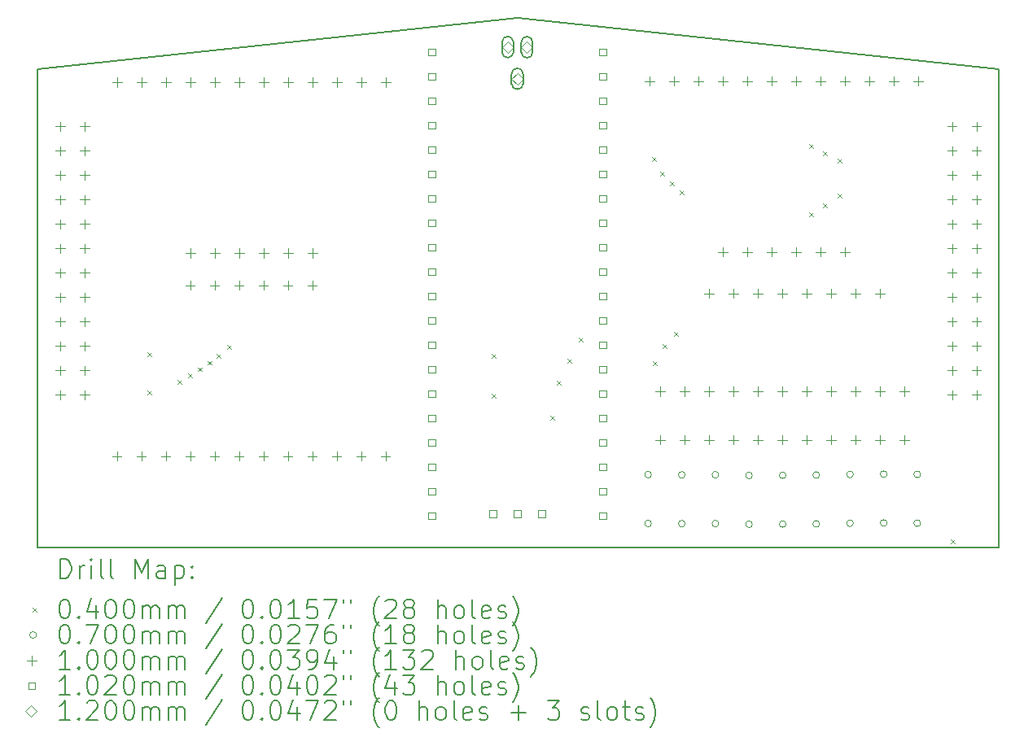
<source format=gbr>
%TF.GenerationSoftware,KiCad,Pcbnew,7.0.1*%
%TF.CreationDate,2024-03-19T15:28:44+08:00*%
%TF.ProjectId,chupico_openithm,63687570-6963-46f5-9f6f-70656e697468,rev?*%
%TF.SameCoordinates,Original*%
%TF.FileFunction,Drillmap*%
%TF.FilePolarity,Positive*%
%FSLAX45Y45*%
G04 Gerber Fmt 4.5, Leading zero omitted, Abs format (unit mm)*
G04 Created by KiCad (PCBNEW 7.0.1) date 2024-03-19 15:28:44*
%MOMM*%
%LPD*%
G01*
G04 APERTURE LIST*
%ADD10C,0.150000*%
%ADD11C,0.200000*%
%ADD12C,0.040000*%
%ADD13C,0.070000*%
%ADD14C,0.100000*%
%ADD15C,0.102000*%
%ADD16C,0.120000*%
G04 APERTURE END LIST*
D10*
X9017000Y-6070600D02*
X9022000Y-11049000D01*
X19022000Y-11049000D02*
X19017000Y-6070600D01*
X14017000Y-5540600D02*
X9017000Y-6070600D01*
X9022000Y-11049000D02*
X19022000Y-11049000D01*
X14017000Y-5540600D02*
X19017000Y-6070600D01*
D11*
D12*
X10165400Y-9022400D02*
X10205400Y-9062400D01*
X10205400Y-9022400D02*
X10165400Y-9062400D01*
X10165400Y-9416100D02*
X10205400Y-9456100D01*
X10205400Y-9416100D02*
X10165400Y-9456100D01*
X10476550Y-9308150D02*
X10516550Y-9348150D01*
X10516550Y-9308150D02*
X10476550Y-9348150D01*
X10584500Y-9238300D02*
X10624500Y-9278300D01*
X10624500Y-9238300D02*
X10584500Y-9278300D01*
X10685537Y-9176545D02*
X10725537Y-9216545D01*
X10725537Y-9176545D02*
X10685537Y-9216545D01*
X10787700Y-9107600D02*
X10827700Y-9147600D01*
X10827700Y-9107600D02*
X10787700Y-9147600D01*
X10883050Y-9035150D02*
X10923050Y-9075150D01*
X10923050Y-9035150D02*
X10883050Y-9075150D01*
X10990900Y-8946200D02*
X11030900Y-8986200D01*
X11030900Y-8946200D02*
X10990900Y-8986200D01*
X13746800Y-9035100D02*
X13786800Y-9075100D01*
X13786800Y-9035100D02*
X13746800Y-9075100D01*
X13746800Y-9454200D02*
X13786800Y-9494200D01*
X13786800Y-9454200D02*
X13746800Y-9494200D01*
X14356400Y-9682800D02*
X14396400Y-9722800D01*
X14396400Y-9682800D02*
X14356400Y-9722800D01*
X14419900Y-9314500D02*
X14459900Y-9354500D01*
X14459900Y-9314500D02*
X14419900Y-9354500D01*
X14534200Y-9085900D02*
X14574200Y-9125900D01*
X14574200Y-9085900D02*
X14534200Y-9125900D01*
X14648500Y-8870000D02*
X14688500Y-8910000D01*
X14688500Y-8870000D02*
X14648500Y-8910000D01*
X15410500Y-6990400D02*
X15450500Y-7030400D01*
X15450500Y-6990400D02*
X15410500Y-7030400D01*
X15423200Y-9111300D02*
X15463200Y-9151300D01*
X15463200Y-9111300D02*
X15423200Y-9151300D01*
X15499400Y-7142800D02*
X15539400Y-7182800D01*
X15539400Y-7142800D02*
X15499400Y-7182800D01*
X15524800Y-8933500D02*
X15564800Y-8973500D01*
X15564800Y-8933500D02*
X15524800Y-8973500D01*
X15601000Y-7244400D02*
X15641000Y-7284400D01*
X15641000Y-7244400D02*
X15601000Y-7284400D01*
X15639100Y-8806500D02*
X15679100Y-8846500D01*
X15679100Y-8806500D02*
X15639100Y-8846500D01*
X15702600Y-7333300D02*
X15742600Y-7373300D01*
X15742600Y-7333300D02*
X15702600Y-7373300D01*
X17048800Y-6850700D02*
X17088800Y-6890700D01*
X17088800Y-6850700D02*
X17048800Y-6890700D01*
X17048800Y-7561900D02*
X17088800Y-7601900D01*
X17088800Y-7561900D02*
X17048800Y-7601900D01*
X17188500Y-6926900D02*
X17228500Y-6966900D01*
X17228500Y-6926900D02*
X17188500Y-6966900D01*
X17188500Y-7473000D02*
X17228500Y-7513000D01*
X17228500Y-7473000D02*
X17188500Y-7513000D01*
X17340900Y-7003100D02*
X17380900Y-7043100D01*
X17380900Y-7003100D02*
X17340900Y-7043100D01*
X17340900Y-7371400D02*
X17380900Y-7411400D01*
X17380900Y-7371400D02*
X17340900Y-7411400D01*
X18522000Y-10965500D02*
X18562000Y-11005500D01*
X18562000Y-10965500D02*
X18522000Y-11005500D01*
D13*
X15406000Y-10291763D02*
G75*
G03*
X15406000Y-10291763I-35000J0D01*
G01*
X15406000Y-10799763D02*
G75*
G03*
X15406000Y-10799763I-35000J0D01*
G01*
X15756000Y-10294938D02*
G75*
G03*
X15756000Y-10294938I-35000J0D01*
G01*
X15756000Y-10802938D02*
G75*
G03*
X15756000Y-10802938I-35000J0D01*
G01*
X16106000Y-10293350D02*
G75*
G03*
X16106000Y-10293350I-35000J0D01*
G01*
X16106000Y-10801350D02*
G75*
G03*
X16106000Y-10801350I-35000J0D01*
G01*
X16456000Y-10299700D02*
G75*
G03*
X16456000Y-10299700I-35000J0D01*
G01*
X16456000Y-10807700D02*
G75*
G03*
X16456000Y-10807700I-35000J0D01*
G01*
X16806000Y-10298113D02*
G75*
G03*
X16806000Y-10298113I-35000J0D01*
G01*
X16806000Y-10806113D02*
G75*
G03*
X16806000Y-10806113I-35000J0D01*
G01*
X17156000Y-10296525D02*
G75*
G03*
X17156000Y-10296525I-35000J0D01*
G01*
X17156000Y-10804525D02*
G75*
G03*
X17156000Y-10804525I-35000J0D01*
G01*
X17506000Y-10290175D02*
G75*
G03*
X17506000Y-10290175I-35000J0D01*
G01*
X17506000Y-10798175D02*
G75*
G03*
X17506000Y-10798175I-35000J0D01*
G01*
X17856000Y-10287000D02*
G75*
G03*
X17856000Y-10287000I-35000J0D01*
G01*
X17856000Y-10795000D02*
G75*
G03*
X17856000Y-10795000I-35000J0D01*
G01*
X18206000Y-10288588D02*
G75*
G03*
X18206000Y-10288588I-35000J0D01*
G01*
X18206000Y-10796588D02*
G75*
G03*
X18206000Y-10796588I-35000J0D01*
G01*
D14*
X9258000Y-6618350D02*
X9258000Y-6718350D01*
X9208000Y-6668350D02*
X9308000Y-6668350D01*
X9258000Y-6872350D02*
X9258000Y-6972350D01*
X9208000Y-6922350D02*
X9308000Y-6922350D01*
X9258000Y-7126350D02*
X9258000Y-7226350D01*
X9208000Y-7176350D02*
X9308000Y-7176350D01*
X9258000Y-7380350D02*
X9258000Y-7480350D01*
X9208000Y-7430350D02*
X9308000Y-7430350D01*
X9258000Y-7634350D02*
X9258000Y-7734350D01*
X9208000Y-7684350D02*
X9308000Y-7684350D01*
X9258000Y-7888350D02*
X9258000Y-7988350D01*
X9208000Y-7938350D02*
X9308000Y-7938350D01*
X9258000Y-8142350D02*
X9258000Y-8242350D01*
X9208000Y-8192350D02*
X9308000Y-8192350D01*
X9258000Y-8396350D02*
X9258000Y-8496350D01*
X9208000Y-8446350D02*
X9308000Y-8446350D01*
X9258000Y-8650350D02*
X9258000Y-8750350D01*
X9208000Y-8700350D02*
X9308000Y-8700350D01*
X9258000Y-8904350D02*
X9258000Y-9004350D01*
X9208000Y-8954350D02*
X9308000Y-8954350D01*
X9258000Y-9158350D02*
X9258000Y-9258350D01*
X9208000Y-9208350D02*
X9308000Y-9208350D01*
X9258000Y-9412350D02*
X9258000Y-9512350D01*
X9208000Y-9462350D02*
X9308000Y-9462350D01*
X9512000Y-6618350D02*
X9512000Y-6718350D01*
X9462000Y-6668350D02*
X9562000Y-6668350D01*
X9512000Y-6872350D02*
X9512000Y-6972350D01*
X9462000Y-6922350D02*
X9562000Y-6922350D01*
X9512000Y-7126350D02*
X9512000Y-7226350D01*
X9462000Y-7176350D02*
X9562000Y-7176350D01*
X9512000Y-7380350D02*
X9512000Y-7480350D01*
X9462000Y-7430350D02*
X9562000Y-7430350D01*
X9512000Y-7634350D02*
X9512000Y-7734350D01*
X9462000Y-7684350D02*
X9562000Y-7684350D01*
X9512000Y-7888350D02*
X9512000Y-7988350D01*
X9462000Y-7938350D02*
X9562000Y-7938350D01*
X9512000Y-8142350D02*
X9512000Y-8242350D01*
X9462000Y-8192350D02*
X9562000Y-8192350D01*
X9512000Y-8396350D02*
X9512000Y-8496350D01*
X9462000Y-8446350D02*
X9562000Y-8446350D01*
X9512000Y-8650350D02*
X9512000Y-8750350D01*
X9462000Y-8700350D02*
X9562000Y-8700350D01*
X9512000Y-8904350D02*
X9512000Y-9004350D01*
X9462000Y-8954350D02*
X9562000Y-8954350D01*
X9512000Y-9158350D02*
X9512000Y-9258350D01*
X9462000Y-9208350D02*
X9562000Y-9208350D01*
X9512000Y-9412350D02*
X9512000Y-9512350D01*
X9462000Y-9462350D02*
X9562000Y-9462350D01*
X9845000Y-10048600D02*
X9845000Y-10148600D01*
X9795000Y-10098600D02*
X9895000Y-10098600D01*
X9848000Y-6155350D02*
X9848000Y-6255350D01*
X9798000Y-6205350D02*
X9898000Y-6205350D01*
X10099000Y-10048600D02*
X10099000Y-10148600D01*
X10049000Y-10098600D02*
X10149000Y-10098600D01*
X10102000Y-6155350D02*
X10102000Y-6255350D01*
X10052000Y-6205350D02*
X10152000Y-6205350D01*
X10353000Y-10048600D02*
X10353000Y-10148600D01*
X10303000Y-10098600D02*
X10403000Y-10098600D01*
X10356000Y-6155350D02*
X10356000Y-6255350D01*
X10306000Y-6205350D02*
X10406000Y-6205350D01*
X10607000Y-8270600D02*
X10607000Y-8370600D01*
X10557000Y-8320600D02*
X10657000Y-8320600D01*
X10607000Y-10048600D02*
X10607000Y-10148600D01*
X10557000Y-10098600D02*
X10657000Y-10098600D01*
X10610000Y-6155350D02*
X10610000Y-6255350D01*
X10560000Y-6205350D02*
X10660000Y-6205350D01*
X10610000Y-7933350D02*
X10610000Y-8033350D01*
X10560000Y-7983350D02*
X10660000Y-7983350D01*
X10861000Y-8270600D02*
X10861000Y-8370600D01*
X10811000Y-8320600D02*
X10911000Y-8320600D01*
X10861000Y-10048600D02*
X10861000Y-10148600D01*
X10811000Y-10098600D02*
X10911000Y-10098600D01*
X10864000Y-6155350D02*
X10864000Y-6255350D01*
X10814000Y-6205350D02*
X10914000Y-6205350D01*
X10864000Y-7933350D02*
X10864000Y-8033350D01*
X10814000Y-7983350D02*
X10914000Y-7983350D01*
X11115000Y-8270600D02*
X11115000Y-8370600D01*
X11065000Y-8320600D02*
X11165000Y-8320600D01*
X11115000Y-10048600D02*
X11115000Y-10148600D01*
X11065000Y-10098600D02*
X11165000Y-10098600D01*
X11118000Y-6155350D02*
X11118000Y-6255350D01*
X11068000Y-6205350D02*
X11168000Y-6205350D01*
X11118000Y-7933350D02*
X11118000Y-8033350D01*
X11068000Y-7983350D02*
X11168000Y-7983350D01*
X11369000Y-8270600D02*
X11369000Y-8370600D01*
X11319000Y-8320600D02*
X11419000Y-8320600D01*
X11369000Y-10048600D02*
X11369000Y-10148600D01*
X11319000Y-10098600D02*
X11419000Y-10098600D01*
X11372000Y-6155350D02*
X11372000Y-6255350D01*
X11322000Y-6205350D02*
X11422000Y-6205350D01*
X11372000Y-7933350D02*
X11372000Y-8033350D01*
X11322000Y-7983350D02*
X11422000Y-7983350D01*
X11623000Y-8270600D02*
X11623000Y-8370600D01*
X11573000Y-8320600D02*
X11673000Y-8320600D01*
X11623000Y-10048600D02*
X11623000Y-10148600D01*
X11573000Y-10098600D02*
X11673000Y-10098600D01*
X11626000Y-6155350D02*
X11626000Y-6255350D01*
X11576000Y-6205350D02*
X11676000Y-6205350D01*
X11626000Y-7933350D02*
X11626000Y-8033350D01*
X11576000Y-7983350D02*
X11676000Y-7983350D01*
X11877000Y-8270600D02*
X11877000Y-8370600D01*
X11827000Y-8320600D02*
X11927000Y-8320600D01*
X11877000Y-10048600D02*
X11877000Y-10148600D01*
X11827000Y-10098600D02*
X11927000Y-10098600D01*
X11880000Y-6155350D02*
X11880000Y-6255350D01*
X11830000Y-6205350D02*
X11930000Y-6205350D01*
X11880000Y-7933350D02*
X11880000Y-8033350D01*
X11830000Y-7983350D02*
X11930000Y-7983350D01*
X12131000Y-10048600D02*
X12131000Y-10148600D01*
X12081000Y-10098600D02*
X12181000Y-10098600D01*
X12134000Y-6155350D02*
X12134000Y-6255350D01*
X12084000Y-6205350D02*
X12184000Y-6205350D01*
X12385000Y-10048600D02*
X12385000Y-10148600D01*
X12335000Y-10098600D02*
X12435000Y-10098600D01*
X12388000Y-6155350D02*
X12388000Y-6255350D01*
X12338000Y-6205350D02*
X12438000Y-6205350D01*
X12639000Y-10048600D02*
X12639000Y-10148600D01*
X12589000Y-10098600D02*
X12689000Y-10098600D01*
X12642000Y-6155350D02*
X12642000Y-6255350D01*
X12592000Y-6205350D02*
X12692000Y-6205350D01*
X15385000Y-6145350D02*
X15385000Y-6245350D01*
X15335000Y-6195350D02*
X15435000Y-6195350D01*
X15499000Y-9372250D02*
X15499000Y-9472250D01*
X15449000Y-9422250D02*
X15549000Y-9422250D01*
X15499000Y-9879250D02*
X15499000Y-9979250D01*
X15449000Y-9929250D02*
X15549000Y-9929250D01*
X15639000Y-6145350D02*
X15639000Y-6245350D01*
X15589000Y-6195350D02*
X15689000Y-6195350D01*
X15753000Y-9372250D02*
X15753000Y-9472250D01*
X15703000Y-9422250D02*
X15803000Y-9422250D01*
X15753000Y-9879250D02*
X15753000Y-9979250D01*
X15703000Y-9929250D02*
X15803000Y-9929250D01*
X15893000Y-6145350D02*
X15893000Y-6245350D01*
X15843000Y-6195350D02*
X15943000Y-6195350D01*
X16007000Y-8355250D02*
X16007000Y-8455250D01*
X15957000Y-8405250D02*
X16057000Y-8405250D01*
X16007000Y-9372250D02*
X16007000Y-9472250D01*
X15957000Y-9422250D02*
X16057000Y-9422250D01*
X16007000Y-9879250D02*
X16007000Y-9979250D01*
X15957000Y-9929250D02*
X16057000Y-9929250D01*
X16147000Y-6145350D02*
X16147000Y-6245350D01*
X16097000Y-6195350D02*
X16197000Y-6195350D01*
X16147000Y-7923350D02*
X16147000Y-8023350D01*
X16097000Y-7973350D02*
X16197000Y-7973350D01*
X16261000Y-8355250D02*
X16261000Y-8455250D01*
X16211000Y-8405250D02*
X16311000Y-8405250D01*
X16261000Y-9372250D02*
X16261000Y-9472250D01*
X16211000Y-9422250D02*
X16311000Y-9422250D01*
X16261000Y-9879250D02*
X16261000Y-9979250D01*
X16211000Y-9929250D02*
X16311000Y-9929250D01*
X16401000Y-6145350D02*
X16401000Y-6245350D01*
X16351000Y-6195350D02*
X16451000Y-6195350D01*
X16401000Y-7923350D02*
X16401000Y-8023350D01*
X16351000Y-7973350D02*
X16451000Y-7973350D01*
X16515000Y-8355250D02*
X16515000Y-8455250D01*
X16465000Y-8405250D02*
X16565000Y-8405250D01*
X16515000Y-9372250D02*
X16515000Y-9472250D01*
X16465000Y-9422250D02*
X16565000Y-9422250D01*
X16515000Y-9879250D02*
X16515000Y-9979250D01*
X16465000Y-9929250D02*
X16565000Y-9929250D01*
X16655000Y-6145350D02*
X16655000Y-6245350D01*
X16605000Y-6195350D02*
X16705000Y-6195350D01*
X16655000Y-7923350D02*
X16655000Y-8023350D01*
X16605000Y-7973350D02*
X16705000Y-7973350D01*
X16769000Y-8355250D02*
X16769000Y-8455250D01*
X16719000Y-8405250D02*
X16819000Y-8405250D01*
X16769000Y-9372250D02*
X16769000Y-9472250D01*
X16719000Y-9422250D02*
X16819000Y-9422250D01*
X16769000Y-9879250D02*
X16769000Y-9979250D01*
X16719000Y-9929250D02*
X16819000Y-9929250D01*
X16909000Y-6145350D02*
X16909000Y-6245350D01*
X16859000Y-6195350D02*
X16959000Y-6195350D01*
X16909000Y-7923350D02*
X16909000Y-8023350D01*
X16859000Y-7973350D02*
X16959000Y-7973350D01*
X17023000Y-8355250D02*
X17023000Y-8455250D01*
X16973000Y-8405250D02*
X17073000Y-8405250D01*
X17023000Y-9372250D02*
X17023000Y-9472250D01*
X16973000Y-9422250D02*
X17073000Y-9422250D01*
X17023000Y-9879250D02*
X17023000Y-9979250D01*
X16973000Y-9929250D02*
X17073000Y-9929250D01*
X17163000Y-6145350D02*
X17163000Y-6245350D01*
X17113000Y-6195350D02*
X17213000Y-6195350D01*
X17163000Y-7923350D02*
X17163000Y-8023350D01*
X17113000Y-7973350D02*
X17213000Y-7973350D01*
X17277000Y-8355250D02*
X17277000Y-8455250D01*
X17227000Y-8405250D02*
X17327000Y-8405250D01*
X17277000Y-9372250D02*
X17277000Y-9472250D01*
X17227000Y-9422250D02*
X17327000Y-9422250D01*
X17277000Y-9879250D02*
X17277000Y-9979250D01*
X17227000Y-9929250D02*
X17327000Y-9929250D01*
X17417000Y-6145350D02*
X17417000Y-6245350D01*
X17367000Y-6195350D02*
X17467000Y-6195350D01*
X17417000Y-7923350D02*
X17417000Y-8023350D01*
X17367000Y-7973350D02*
X17467000Y-7973350D01*
X17531000Y-8355250D02*
X17531000Y-8455250D01*
X17481000Y-8405250D02*
X17581000Y-8405250D01*
X17531000Y-9372250D02*
X17531000Y-9472250D01*
X17481000Y-9422250D02*
X17581000Y-9422250D01*
X17531000Y-9879250D02*
X17531000Y-9979250D01*
X17481000Y-9929250D02*
X17581000Y-9929250D01*
X17671000Y-6145350D02*
X17671000Y-6245350D01*
X17621000Y-6195350D02*
X17721000Y-6195350D01*
X17785000Y-8355250D02*
X17785000Y-8455250D01*
X17735000Y-8405250D02*
X17835000Y-8405250D01*
X17785000Y-9372250D02*
X17785000Y-9472250D01*
X17735000Y-9422250D02*
X17835000Y-9422250D01*
X17785000Y-9879250D02*
X17785000Y-9979250D01*
X17735000Y-9929250D02*
X17835000Y-9929250D01*
X17925000Y-6145350D02*
X17925000Y-6245350D01*
X17875000Y-6195350D02*
X17975000Y-6195350D01*
X18039000Y-9372250D02*
X18039000Y-9472250D01*
X17989000Y-9422250D02*
X18089000Y-9422250D01*
X18039000Y-9879250D02*
X18039000Y-9979250D01*
X17989000Y-9929250D02*
X18089000Y-9929250D01*
X18179000Y-6145350D02*
X18179000Y-6245350D01*
X18129000Y-6195350D02*
X18229000Y-6195350D01*
X18532000Y-6618100D02*
X18532000Y-6718100D01*
X18482000Y-6668100D02*
X18582000Y-6668100D01*
X18532000Y-6872100D02*
X18532000Y-6972100D01*
X18482000Y-6922100D02*
X18582000Y-6922100D01*
X18532000Y-7126100D02*
X18532000Y-7226100D01*
X18482000Y-7176100D02*
X18582000Y-7176100D01*
X18532000Y-7380100D02*
X18532000Y-7480100D01*
X18482000Y-7430100D02*
X18582000Y-7430100D01*
X18532000Y-7634100D02*
X18532000Y-7734100D01*
X18482000Y-7684100D02*
X18582000Y-7684100D01*
X18532000Y-7888100D02*
X18532000Y-7988100D01*
X18482000Y-7938100D02*
X18582000Y-7938100D01*
X18532000Y-8142100D02*
X18532000Y-8242100D01*
X18482000Y-8192100D02*
X18582000Y-8192100D01*
X18532000Y-8396100D02*
X18532000Y-8496100D01*
X18482000Y-8446100D02*
X18582000Y-8446100D01*
X18532000Y-8650100D02*
X18532000Y-8750100D01*
X18482000Y-8700100D02*
X18582000Y-8700100D01*
X18532000Y-8904100D02*
X18532000Y-9004100D01*
X18482000Y-8954100D02*
X18582000Y-8954100D01*
X18532000Y-9158100D02*
X18532000Y-9258100D01*
X18482000Y-9208100D02*
X18582000Y-9208100D01*
X18532000Y-9412100D02*
X18532000Y-9512100D01*
X18482000Y-9462100D02*
X18582000Y-9462100D01*
X18786000Y-6618100D02*
X18786000Y-6718100D01*
X18736000Y-6668100D02*
X18836000Y-6668100D01*
X18786000Y-6872100D02*
X18786000Y-6972100D01*
X18736000Y-6922100D02*
X18836000Y-6922100D01*
X18786000Y-7126100D02*
X18786000Y-7226100D01*
X18736000Y-7176100D02*
X18836000Y-7176100D01*
X18786000Y-7380100D02*
X18786000Y-7480100D01*
X18736000Y-7430100D02*
X18836000Y-7430100D01*
X18786000Y-7634100D02*
X18786000Y-7734100D01*
X18736000Y-7684100D02*
X18836000Y-7684100D01*
X18786000Y-7888100D02*
X18786000Y-7988100D01*
X18736000Y-7938100D02*
X18836000Y-7938100D01*
X18786000Y-8142100D02*
X18786000Y-8242100D01*
X18736000Y-8192100D02*
X18836000Y-8192100D01*
X18786000Y-8396100D02*
X18786000Y-8496100D01*
X18736000Y-8446100D02*
X18836000Y-8446100D01*
X18786000Y-8650100D02*
X18786000Y-8750100D01*
X18736000Y-8700100D02*
X18836000Y-8700100D01*
X18786000Y-8904100D02*
X18786000Y-9004100D01*
X18736000Y-8954100D02*
X18836000Y-8954100D01*
X18786000Y-9158100D02*
X18786000Y-9258100D01*
X18736000Y-9208100D02*
X18836000Y-9208100D01*
X18786000Y-9412100D02*
X18786000Y-9512100D01*
X18736000Y-9462100D02*
X18836000Y-9462100D01*
D15*
X13158063Y-5931913D02*
X13158063Y-5859787D01*
X13085937Y-5859787D01*
X13085937Y-5931913D01*
X13158063Y-5931913D01*
X13158063Y-6185913D02*
X13158063Y-6113787D01*
X13085937Y-6113787D01*
X13085937Y-6185913D01*
X13158063Y-6185913D01*
X13158063Y-6439913D02*
X13158063Y-6367787D01*
X13085937Y-6367787D01*
X13085937Y-6439913D01*
X13158063Y-6439913D01*
X13158063Y-6693913D02*
X13158063Y-6621787D01*
X13085937Y-6621787D01*
X13085937Y-6693913D01*
X13158063Y-6693913D01*
X13158063Y-6947913D02*
X13158063Y-6875787D01*
X13085937Y-6875787D01*
X13085937Y-6947913D01*
X13158063Y-6947913D01*
X13158063Y-7201913D02*
X13158063Y-7129787D01*
X13085937Y-7129787D01*
X13085937Y-7201913D01*
X13158063Y-7201913D01*
X13158063Y-7455913D02*
X13158063Y-7383787D01*
X13085937Y-7383787D01*
X13085937Y-7455913D01*
X13158063Y-7455913D01*
X13158063Y-7709913D02*
X13158063Y-7637787D01*
X13085937Y-7637787D01*
X13085937Y-7709913D01*
X13158063Y-7709913D01*
X13158063Y-7963913D02*
X13158063Y-7891787D01*
X13085937Y-7891787D01*
X13085937Y-7963913D01*
X13158063Y-7963913D01*
X13158063Y-8217913D02*
X13158063Y-8145787D01*
X13085937Y-8145787D01*
X13085937Y-8217913D01*
X13158063Y-8217913D01*
X13158063Y-8471913D02*
X13158063Y-8399787D01*
X13085937Y-8399787D01*
X13085937Y-8471913D01*
X13158063Y-8471913D01*
X13158063Y-8725913D02*
X13158063Y-8653787D01*
X13085937Y-8653787D01*
X13085937Y-8725913D01*
X13158063Y-8725913D01*
X13158063Y-8979913D02*
X13158063Y-8907787D01*
X13085937Y-8907787D01*
X13085937Y-8979913D01*
X13158063Y-8979913D01*
X13158063Y-9233913D02*
X13158063Y-9161787D01*
X13085937Y-9161787D01*
X13085937Y-9233913D01*
X13158063Y-9233913D01*
X13158063Y-9487913D02*
X13158063Y-9415787D01*
X13085937Y-9415787D01*
X13085937Y-9487913D01*
X13158063Y-9487913D01*
X13158063Y-9741913D02*
X13158063Y-9669787D01*
X13085937Y-9669787D01*
X13085937Y-9741913D01*
X13158063Y-9741913D01*
X13158063Y-9995913D02*
X13158063Y-9923787D01*
X13085937Y-9923787D01*
X13085937Y-9995913D01*
X13158063Y-9995913D01*
X13158063Y-10249913D02*
X13158063Y-10177787D01*
X13085937Y-10177787D01*
X13085937Y-10249913D01*
X13158063Y-10249913D01*
X13158063Y-10503913D02*
X13158063Y-10431787D01*
X13085937Y-10431787D01*
X13085937Y-10503913D01*
X13158063Y-10503913D01*
X13158063Y-10757913D02*
X13158063Y-10685787D01*
X13085937Y-10685787D01*
X13085937Y-10757913D01*
X13158063Y-10757913D01*
X13793063Y-10734913D02*
X13793063Y-10662787D01*
X13720937Y-10662787D01*
X13720937Y-10734913D01*
X13793063Y-10734913D01*
X14047063Y-10734913D02*
X14047063Y-10662787D01*
X13974937Y-10662787D01*
X13974937Y-10734913D01*
X14047063Y-10734913D01*
X14301063Y-10734913D02*
X14301063Y-10662787D01*
X14228937Y-10662787D01*
X14228937Y-10734913D01*
X14301063Y-10734913D01*
X14936063Y-5931913D02*
X14936063Y-5859787D01*
X14863937Y-5859787D01*
X14863937Y-5931913D01*
X14936063Y-5931913D01*
X14936063Y-6185913D02*
X14936063Y-6113787D01*
X14863937Y-6113787D01*
X14863937Y-6185913D01*
X14936063Y-6185913D01*
X14936063Y-6439913D02*
X14936063Y-6367787D01*
X14863937Y-6367787D01*
X14863937Y-6439913D01*
X14936063Y-6439913D01*
X14936063Y-6693913D02*
X14936063Y-6621787D01*
X14863937Y-6621787D01*
X14863937Y-6693913D01*
X14936063Y-6693913D01*
X14936063Y-6947913D02*
X14936063Y-6875787D01*
X14863937Y-6875787D01*
X14863937Y-6947913D01*
X14936063Y-6947913D01*
X14936063Y-7201913D02*
X14936063Y-7129787D01*
X14863937Y-7129787D01*
X14863937Y-7201913D01*
X14936063Y-7201913D01*
X14936063Y-7455913D02*
X14936063Y-7383787D01*
X14863937Y-7383787D01*
X14863937Y-7455913D01*
X14936063Y-7455913D01*
X14936063Y-7709913D02*
X14936063Y-7637787D01*
X14863937Y-7637787D01*
X14863937Y-7709913D01*
X14936063Y-7709913D01*
X14936063Y-7963913D02*
X14936063Y-7891787D01*
X14863937Y-7891787D01*
X14863937Y-7963913D01*
X14936063Y-7963913D01*
X14936063Y-8217913D02*
X14936063Y-8145787D01*
X14863937Y-8145787D01*
X14863937Y-8217913D01*
X14936063Y-8217913D01*
X14936063Y-8471913D02*
X14936063Y-8399787D01*
X14863937Y-8399787D01*
X14863937Y-8471913D01*
X14936063Y-8471913D01*
X14936063Y-8725913D02*
X14936063Y-8653787D01*
X14863937Y-8653787D01*
X14863937Y-8725913D01*
X14936063Y-8725913D01*
X14936063Y-8979913D02*
X14936063Y-8907787D01*
X14863937Y-8907787D01*
X14863937Y-8979913D01*
X14936063Y-8979913D01*
X14936063Y-9233913D02*
X14936063Y-9161787D01*
X14863937Y-9161787D01*
X14863937Y-9233913D01*
X14936063Y-9233913D01*
X14936063Y-9487913D02*
X14936063Y-9415787D01*
X14863937Y-9415787D01*
X14863937Y-9487913D01*
X14936063Y-9487913D01*
X14936063Y-9741913D02*
X14936063Y-9669787D01*
X14863937Y-9669787D01*
X14863937Y-9741913D01*
X14936063Y-9741913D01*
X14936063Y-9995913D02*
X14936063Y-9923787D01*
X14863937Y-9923787D01*
X14863937Y-9995913D01*
X14936063Y-9995913D01*
X14936063Y-10249913D02*
X14936063Y-10177787D01*
X14863937Y-10177787D01*
X14863937Y-10249913D01*
X14936063Y-10249913D01*
X14936063Y-10503913D02*
X14936063Y-10431787D01*
X14863937Y-10431787D01*
X14863937Y-10503913D01*
X14936063Y-10503913D01*
X14936063Y-10757913D02*
X14936063Y-10685787D01*
X14863937Y-10685787D01*
X14863937Y-10757913D01*
X14936063Y-10757913D01*
D16*
X13911000Y-5901850D02*
X13971000Y-5841850D01*
X13911000Y-5781850D01*
X13851000Y-5841850D01*
X13911000Y-5901850D01*
D11*
X13851000Y-5791850D02*
X13851000Y-5891850D01*
X13851000Y-5891850D02*
G75*
G03*
X13971000Y-5891850I60000J0D01*
G01*
X13971000Y-5891850D02*
X13971000Y-5791850D01*
X13971000Y-5791850D02*
G75*
G03*
X13851000Y-5791850I-60000J0D01*
G01*
D16*
X14011000Y-6231850D02*
X14071000Y-6171850D01*
X14011000Y-6111850D01*
X13951000Y-6171850D01*
X14011000Y-6231850D01*
D11*
X13951000Y-6121850D02*
X13951000Y-6221850D01*
X13951000Y-6221850D02*
G75*
G03*
X14071000Y-6221850I60000J0D01*
G01*
X14071000Y-6221850D02*
X14071000Y-6121850D01*
X14071000Y-6121850D02*
G75*
G03*
X13951000Y-6121850I-60000J0D01*
G01*
D16*
X14111000Y-5903850D02*
X14171000Y-5843850D01*
X14111000Y-5783850D01*
X14051000Y-5843850D01*
X14111000Y-5903850D01*
D11*
X14051000Y-5793850D02*
X14051000Y-5893850D01*
X14051000Y-5893850D02*
G75*
G03*
X14171000Y-5893850I60000J0D01*
G01*
X14171000Y-5893850D02*
X14171000Y-5793850D01*
X14171000Y-5793850D02*
G75*
G03*
X14051000Y-5793850I-60000J0D01*
G01*
X9257119Y-11369024D02*
X9257119Y-11169024D01*
X9257119Y-11169024D02*
X9304738Y-11169024D01*
X9304738Y-11169024D02*
X9333310Y-11178548D01*
X9333310Y-11178548D02*
X9352357Y-11197595D01*
X9352357Y-11197595D02*
X9361881Y-11216643D01*
X9361881Y-11216643D02*
X9371405Y-11254738D01*
X9371405Y-11254738D02*
X9371405Y-11283309D01*
X9371405Y-11283309D02*
X9361881Y-11321405D01*
X9361881Y-11321405D02*
X9352357Y-11340452D01*
X9352357Y-11340452D02*
X9333310Y-11359500D01*
X9333310Y-11359500D02*
X9304738Y-11369024D01*
X9304738Y-11369024D02*
X9257119Y-11369024D01*
X9457119Y-11369024D02*
X9457119Y-11235690D01*
X9457119Y-11273786D02*
X9466643Y-11254738D01*
X9466643Y-11254738D02*
X9476167Y-11245214D01*
X9476167Y-11245214D02*
X9495214Y-11235690D01*
X9495214Y-11235690D02*
X9514262Y-11235690D01*
X9580929Y-11369024D02*
X9580929Y-11235690D01*
X9580929Y-11169024D02*
X9571405Y-11178548D01*
X9571405Y-11178548D02*
X9580929Y-11188071D01*
X9580929Y-11188071D02*
X9590452Y-11178548D01*
X9590452Y-11178548D02*
X9580929Y-11169024D01*
X9580929Y-11169024D02*
X9580929Y-11188071D01*
X9704738Y-11369024D02*
X9685690Y-11359500D01*
X9685690Y-11359500D02*
X9676167Y-11340452D01*
X9676167Y-11340452D02*
X9676167Y-11169024D01*
X9809500Y-11369024D02*
X9790452Y-11359500D01*
X9790452Y-11359500D02*
X9780929Y-11340452D01*
X9780929Y-11340452D02*
X9780929Y-11169024D01*
X10038071Y-11369024D02*
X10038071Y-11169024D01*
X10038071Y-11169024D02*
X10104738Y-11311881D01*
X10104738Y-11311881D02*
X10171405Y-11169024D01*
X10171405Y-11169024D02*
X10171405Y-11369024D01*
X10352357Y-11369024D02*
X10352357Y-11264262D01*
X10352357Y-11264262D02*
X10342833Y-11245214D01*
X10342833Y-11245214D02*
X10323786Y-11235690D01*
X10323786Y-11235690D02*
X10285690Y-11235690D01*
X10285690Y-11235690D02*
X10266643Y-11245214D01*
X10352357Y-11359500D02*
X10333310Y-11369024D01*
X10333310Y-11369024D02*
X10285690Y-11369024D01*
X10285690Y-11369024D02*
X10266643Y-11359500D01*
X10266643Y-11359500D02*
X10257119Y-11340452D01*
X10257119Y-11340452D02*
X10257119Y-11321405D01*
X10257119Y-11321405D02*
X10266643Y-11302357D01*
X10266643Y-11302357D02*
X10285690Y-11292833D01*
X10285690Y-11292833D02*
X10333310Y-11292833D01*
X10333310Y-11292833D02*
X10352357Y-11283309D01*
X10447595Y-11235690D02*
X10447595Y-11435690D01*
X10447595Y-11245214D02*
X10466643Y-11235690D01*
X10466643Y-11235690D02*
X10504738Y-11235690D01*
X10504738Y-11235690D02*
X10523786Y-11245214D01*
X10523786Y-11245214D02*
X10533310Y-11254738D01*
X10533310Y-11254738D02*
X10542833Y-11273786D01*
X10542833Y-11273786D02*
X10542833Y-11330928D01*
X10542833Y-11330928D02*
X10533310Y-11349976D01*
X10533310Y-11349976D02*
X10523786Y-11359500D01*
X10523786Y-11359500D02*
X10504738Y-11369024D01*
X10504738Y-11369024D02*
X10466643Y-11369024D01*
X10466643Y-11369024D02*
X10447595Y-11359500D01*
X10628548Y-11349976D02*
X10638071Y-11359500D01*
X10638071Y-11359500D02*
X10628548Y-11369024D01*
X10628548Y-11369024D02*
X10619024Y-11359500D01*
X10619024Y-11359500D02*
X10628548Y-11349976D01*
X10628548Y-11349976D02*
X10628548Y-11369024D01*
X10628548Y-11245214D02*
X10638071Y-11254738D01*
X10638071Y-11254738D02*
X10628548Y-11264262D01*
X10628548Y-11264262D02*
X10619024Y-11254738D01*
X10619024Y-11254738D02*
X10628548Y-11245214D01*
X10628548Y-11245214D02*
X10628548Y-11264262D01*
D12*
X8969500Y-11676500D02*
X9009500Y-11716500D01*
X9009500Y-11676500D02*
X8969500Y-11716500D01*
D11*
X9295214Y-11589024D02*
X9314262Y-11589024D01*
X9314262Y-11589024D02*
X9333310Y-11598548D01*
X9333310Y-11598548D02*
X9342833Y-11608071D01*
X9342833Y-11608071D02*
X9352357Y-11627119D01*
X9352357Y-11627119D02*
X9361881Y-11665214D01*
X9361881Y-11665214D02*
X9361881Y-11712833D01*
X9361881Y-11712833D02*
X9352357Y-11750928D01*
X9352357Y-11750928D02*
X9342833Y-11769976D01*
X9342833Y-11769976D02*
X9333310Y-11779500D01*
X9333310Y-11779500D02*
X9314262Y-11789024D01*
X9314262Y-11789024D02*
X9295214Y-11789024D01*
X9295214Y-11789024D02*
X9276167Y-11779500D01*
X9276167Y-11779500D02*
X9266643Y-11769976D01*
X9266643Y-11769976D02*
X9257119Y-11750928D01*
X9257119Y-11750928D02*
X9247595Y-11712833D01*
X9247595Y-11712833D02*
X9247595Y-11665214D01*
X9247595Y-11665214D02*
X9257119Y-11627119D01*
X9257119Y-11627119D02*
X9266643Y-11608071D01*
X9266643Y-11608071D02*
X9276167Y-11598548D01*
X9276167Y-11598548D02*
X9295214Y-11589024D01*
X9447595Y-11769976D02*
X9457119Y-11779500D01*
X9457119Y-11779500D02*
X9447595Y-11789024D01*
X9447595Y-11789024D02*
X9438071Y-11779500D01*
X9438071Y-11779500D02*
X9447595Y-11769976D01*
X9447595Y-11769976D02*
X9447595Y-11789024D01*
X9628548Y-11655690D02*
X9628548Y-11789024D01*
X9580929Y-11579500D02*
X9533310Y-11722357D01*
X9533310Y-11722357D02*
X9657119Y-11722357D01*
X9771405Y-11589024D02*
X9790452Y-11589024D01*
X9790452Y-11589024D02*
X9809500Y-11598548D01*
X9809500Y-11598548D02*
X9819024Y-11608071D01*
X9819024Y-11608071D02*
X9828548Y-11627119D01*
X9828548Y-11627119D02*
X9838071Y-11665214D01*
X9838071Y-11665214D02*
X9838071Y-11712833D01*
X9838071Y-11712833D02*
X9828548Y-11750928D01*
X9828548Y-11750928D02*
X9819024Y-11769976D01*
X9819024Y-11769976D02*
X9809500Y-11779500D01*
X9809500Y-11779500D02*
X9790452Y-11789024D01*
X9790452Y-11789024D02*
X9771405Y-11789024D01*
X9771405Y-11789024D02*
X9752357Y-11779500D01*
X9752357Y-11779500D02*
X9742833Y-11769976D01*
X9742833Y-11769976D02*
X9733310Y-11750928D01*
X9733310Y-11750928D02*
X9723786Y-11712833D01*
X9723786Y-11712833D02*
X9723786Y-11665214D01*
X9723786Y-11665214D02*
X9733310Y-11627119D01*
X9733310Y-11627119D02*
X9742833Y-11608071D01*
X9742833Y-11608071D02*
X9752357Y-11598548D01*
X9752357Y-11598548D02*
X9771405Y-11589024D01*
X9961881Y-11589024D02*
X9980929Y-11589024D01*
X9980929Y-11589024D02*
X9999976Y-11598548D01*
X9999976Y-11598548D02*
X10009500Y-11608071D01*
X10009500Y-11608071D02*
X10019024Y-11627119D01*
X10019024Y-11627119D02*
X10028548Y-11665214D01*
X10028548Y-11665214D02*
X10028548Y-11712833D01*
X10028548Y-11712833D02*
X10019024Y-11750928D01*
X10019024Y-11750928D02*
X10009500Y-11769976D01*
X10009500Y-11769976D02*
X9999976Y-11779500D01*
X9999976Y-11779500D02*
X9980929Y-11789024D01*
X9980929Y-11789024D02*
X9961881Y-11789024D01*
X9961881Y-11789024D02*
X9942833Y-11779500D01*
X9942833Y-11779500D02*
X9933310Y-11769976D01*
X9933310Y-11769976D02*
X9923786Y-11750928D01*
X9923786Y-11750928D02*
X9914262Y-11712833D01*
X9914262Y-11712833D02*
X9914262Y-11665214D01*
X9914262Y-11665214D02*
X9923786Y-11627119D01*
X9923786Y-11627119D02*
X9933310Y-11608071D01*
X9933310Y-11608071D02*
X9942833Y-11598548D01*
X9942833Y-11598548D02*
X9961881Y-11589024D01*
X10114262Y-11789024D02*
X10114262Y-11655690D01*
X10114262Y-11674738D02*
X10123786Y-11665214D01*
X10123786Y-11665214D02*
X10142833Y-11655690D01*
X10142833Y-11655690D02*
X10171405Y-11655690D01*
X10171405Y-11655690D02*
X10190452Y-11665214D01*
X10190452Y-11665214D02*
X10199976Y-11684262D01*
X10199976Y-11684262D02*
X10199976Y-11789024D01*
X10199976Y-11684262D02*
X10209500Y-11665214D01*
X10209500Y-11665214D02*
X10228548Y-11655690D01*
X10228548Y-11655690D02*
X10257119Y-11655690D01*
X10257119Y-11655690D02*
X10276167Y-11665214D01*
X10276167Y-11665214D02*
X10285691Y-11684262D01*
X10285691Y-11684262D02*
X10285691Y-11789024D01*
X10380929Y-11789024D02*
X10380929Y-11655690D01*
X10380929Y-11674738D02*
X10390452Y-11665214D01*
X10390452Y-11665214D02*
X10409500Y-11655690D01*
X10409500Y-11655690D02*
X10438072Y-11655690D01*
X10438072Y-11655690D02*
X10457119Y-11665214D01*
X10457119Y-11665214D02*
X10466643Y-11684262D01*
X10466643Y-11684262D02*
X10466643Y-11789024D01*
X10466643Y-11684262D02*
X10476167Y-11665214D01*
X10476167Y-11665214D02*
X10495214Y-11655690D01*
X10495214Y-11655690D02*
X10523786Y-11655690D01*
X10523786Y-11655690D02*
X10542833Y-11665214D01*
X10542833Y-11665214D02*
X10552357Y-11684262D01*
X10552357Y-11684262D02*
X10552357Y-11789024D01*
X10942833Y-11579500D02*
X10771405Y-11836643D01*
X11199976Y-11589024D02*
X11219024Y-11589024D01*
X11219024Y-11589024D02*
X11238072Y-11598548D01*
X11238072Y-11598548D02*
X11247595Y-11608071D01*
X11247595Y-11608071D02*
X11257119Y-11627119D01*
X11257119Y-11627119D02*
X11266643Y-11665214D01*
X11266643Y-11665214D02*
X11266643Y-11712833D01*
X11266643Y-11712833D02*
X11257119Y-11750928D01*
X11257119Y-11750928D02*
X11247595Y-11769976D01*
X11247595Y-11769976D02*
X11238072Y-11779500D01*
X11238072Y-11779500D02*
X11219024Y-11789024D01*
X11219024Y-11789024D02*
X11199976Y-11789024D01*
X11199976Y-11789024D02*
X11180929Y-11779500D01*
X11180929Y-11779500D02*
X11171405Y-11769976D01*
X11171405Y-11769976D02*
X11161881Y-11750928D01*
X11161881Y-11750928D02*
X11152357Y-11712833D01*
X11152357Y-11712833D02*
X11152357Y-11665214D01*
X11152357Y-11665214D02*
X11161881Y-11627119D01*
X11161881Y-11627119D02*
X11171405Y-11608071D01*
X11171405Y-11608071D02*
X11180929Y-11598548D01*
X11180929Y-11598548D02*
X11199976Y-11589024D01*
X11352357Y-11769976D02*
X11361881Y-11779500D01*
X11361881Y-11779500D02*
X11352357Y-11789024D01*
X11352357Y-11789024D02*
X11342833Y-11779500D01*
X11342833Y-11779500D02*
X11352357Y-11769976D01*
X11352357Y-11769976D02*
X11352357Y-11789024D01*
X11485691Y-11589024D02*
X11504738Y-11589024D01*
X11504738Y-11589024D02*
X11523786Y-11598548D01*
X11523786Y-11598548D02*
X11533310Y-11608071D01*
X11533310Y-11608071D02*
X11542833Y-11627119D01*
X11542833Y-11627119D02*
X11552357Y-11665214D01*
X11552357Y-11665214D02*
X11552357Y-11712833D01*
X11552357Y-11712833D02*
X11542833Y-11750928D01*
X11542833Y-11750928D02*
X11533310Y-11769976D01*
X11533310Y-11769976D02*
X11523786Y-11779500D01*
X11523786Y-11779500D02*
X11504738Y-11789024D01*
X11504738Y-11789024D02*
X11485691Y-11789024D01*
X11485691Y-11789024D02*
X11466643Y-11779500D01*
X11466643Y-11779500D02*
X11457119Y-11769976D01*
X11457119Y-11769976D02*
X11447595Y-11750928D01*
X11447595Y-11750928D02*
X11438072Y-11712833D01*
X11438072Y-11712833D02*
X11438072Y-11665214D01*
X11438072Y-11665214D02*
X11447595Y-11627119D01*
X11447595Y-11627119D02*
X11457119Y-11608071D01*
X11457119Y-11608071D02*
X11466643Y-11598548D01*
X11466643Y-11598548D02*
X11485691Y-11589024D01*
X11742833Y-11789024D02*
X11628548Y-11789024D01*
X11685691Y-11789024D02*
X11685691Y-11589024D01*
X11685691Y-11589024D02*
X11666643Y-11617595D01*
X11666643Y-11617595D02*
X11647595Y-11636643D01*
X11647595Y-11636643D02*
X11628548Y-11646167D01*
X11923786Y-11589024D02*
X11828548Y-11589024D01*
X11828548Y-11589024D02*
X11819024Y-11684262D01*
X11819024Y-11684262D02*
X11828548Y-11674738D01*
X11828548Y-11674738D02*
X11847595Y-11665214D01*
X11847595Y-11665214D02*
X11895214Y-11665214D01*
X11895214Y-11665214D02*
X11914262Y-11674738D01*
X11914262Y-11674738D02*
X11923786Y-11684262D01*
X11923786Y-11684262D02*
X11933310Y-11703309D01*
X11933310Y-11703309D02*
X11933310Y-11750928D01*
X11933310Y-11750928D02*
X11923786Y-11769976D01*
X11923786Y-11769976D02*
X11914262Y-11779500D01*
X11914262Y-11779500D02*
X11895214Y-11789024D01*
X11895214Y-11789024D02*
X11847595Y-11789024D01*
X11847595Y-11789024D02*
X11828548Y-11779500D01*
X11828548Y-11779500D02*
X11819024Y-11769976D01*
X11999976Y-11589024D02*
X12133310Y-11589024D01*
X12133310Y-11589024D02*
X12047595Y-11789024D01*
X12199976Y-11589024D02*
X12199976Y-11627119D01*
X12276167Y-11589024D02*
X12276167Y-11627119D01*
X12571405Y-11865214D02*
X12561881Y-11855690D01*
X12561881Y-11855690D02*
X12542834Y-11827119D01*
X12542834Y-11827119D02*
X12533310Y-11808071D01*
X12533310Y-11808071D02*
X12523786Y-11779500D01*
X12523786Y-11779500D02*
X12514262Y-11731881D01*
X12514262Y-11731881D02*
X12514262Y-11693786D01*
X12514262Y-11693786D02*
X12523786Y-11646167D01*
X12523786Y-11646167D02*
X12533310Y-11617595D01*
X12533310Y-11617595D02*
X12542834Y-11598548D01*
X12542834Y-11598548D02*
X12561881Y-11569976D01*
X12561881Y-11569976D02*
X12571405Y-11560452D01*
X12638072Y-11608071D02*
X12647595Y-11598548D01*
X12647595Y-11598548D02*
X12666643Y-11589024D01*
X12666643Y-11589024D02*
X12714262Y-11589024D01*
X12714262Y-11589024D02*
X12733310Y-11598548D01*
X12733310Y-11598548D02*
X12742834Y-11608071D01*
X12742834Y-11608071D02*
X12752357Y-11627119D01*
X12752357Y-11627119D02*
X12752357Y-11646167D01*
X12752357Y-11646167D02*
X12742834Y-11674738D01*
X12742834Y-11674738D02*
X12628548Y-11789024D01*
X12628548Y-11789024D02*
X12752357Y-11789024D01*
X12866643Y-11674738D02*
X12847595Y-11665214D01*
X12847595Y-11665214D02*
X12838072Y-11655690D01*
X12838072Y-11655690D02*
X12828548Y-11636643D01*
X12828548Y-11636643D02*
X12828548Y-11627119D01*
X12828548Y-11627119D02*
X12838072Y-11608071D01*
X12838072Y-11608071D02*
X12847595Y-11598548D01*
X12847595Y-11598548D02*
X12866643Y-11589024D01*
X12866643Y-11589024D02*
X12904738Y-11589024D01*
X12904738Y-11589024D02*
X12923786Y-11598548D01*
X12923786Y-11598548D02*
X12933310Y-11608071D01*
X12933310Y-11608071D02*
X12942834Y-11627119D01*
X12942834Y-11627119D02*
X12942834Y-11636643D01*
X12942834Y-11636643D02*
X12933310Y-11655690D01*
X12933310Y-11655690D02*
X12923786Y-11665214D01*
X12923786Y-11665214D02*
X12904738Y-11674738D01*
X12904738Y-11674738D02*
X12866643Y-11674738D01*
X12866643Y-11674738D02*
X12847595Y-11684262D01*
X12847595Y-11684262D02*
X12838072Y-11693786D01*
X12838072Y-11693786D02*
X12828548Y-11712833D01*
X12828548Y-11712833D02*
X12828548Y-11750928D01*
X12828548Y-11750928D02*
X12838072Y-11769976D01*
X12838072Y-11769976D02*
X12847595Y-11779500D01*
X12847595Y-11779500D02*
X12866643Y-11789024D01*
X12866643Y-11789024D02*
X12904738Y-11789024D01*
X12904738Y-11789024D02*
X12923786Y-11779500D01*
X12923786Y-11779500D02*
X12933310Y-11769976D01*
X12933310Y-11769976D02*
X12942834Y-11750928D01*
X12942834Y-11750928D02*
X12942834Y-11712833D01*
X12942834Y-11712833D02*
X12933310Y-11693786D01*
X12933310Y-11693786D02*
X12923786Y-11684262D01*
X12923786Y-11684262D02*
X12904738Y-11674738D01*
X13180929Y-11789024D02*
X13180929Y-11589024D01*
X13266643Y-11789024D02*
X13266643Y-11684262D01*
X13266643Y-11684262D02*
X13257119Y-11665214D01*
X13257119Y-11665214D02*
X13238072Y-11655690D01*
X13238072Y-11655690D02*
X13209500Y-11655690D01*
X13209500Y-11655690D02*
X13190453Y-11665214D01*
X13190453Y-11665214D02*
X13180929Y-11674738D01*
X13390453Y-11789024D02*
X13371405Y-11779500D01*
X13371405Y-11779500D02*
X13361881Y-11769976D01*
X13361881Y-11769976D02*
X13352357Y-11750928D01*
X13352357Y-11750928D02*
X13352357Y-11693786D01*
X13352357Y-11693786D02*
X13361881Y-11674738D01*
X13361881Y-11674738D02*
X13371405Y-11665214D01*
X13371405Y-11665214D02*
X13390453Y-11655690D01*
X13390453Y-11655690D02*
X13419024Y-11655690D01*
X13419024Y-11655690D02*
X13438072Y-11665214D01*
X13438072Y-11665214D02*
X13447596Y-11674738D01*
X13447596Y-11674738D02*
X13457119Y-11693786D01*
X13457119Y-11693786D02*
X13457119Y-11750928D01*
X13457119Y-11750928D02*
X13447596Y-11769976D01*
X13447596Y-11769976D02*
X13438072Y-11779500D01*
X13438072Y-11779500D02*
X13419024Y-11789024D01*
X13419024Y-11789024D02*
X13390453Y-11789024D01*
X13571405Y-11789024D02*
X13552357Y-11779500D01*
X13552357Y-11779500D02*
X13542834Y-11760452D01*
X13542834Y-11760452D02*
X13542834Y-11589024D01*
X13723786Y-11779500D02*
X13704738Y-11789024D01*
X13704738Y-11789024D02*
X13666643Y-11789024D01*
X13666643Y-11789024D02*
X13647596Y-11779500D01*
X13647596Y-11779500D02*
X13638072Y-11760452D01*
X13638072Y-11760452D02*
X13638072Y-11684262D01*
X13638072Y-11684262D02*
X13647596Y-11665214D01*
X13647596Y-11665214D02*
X13666643Y-11655690D01*
X13666643Y-11655690D02*
X13704738Y-11655690D01*
X13704738Y-11655690D02*
X13723786Y-11665214D01*
X13723786Y-11665214D02*
X13733310Y-11684262D01*
X13733310Y-11684262D02*
X13733310Y-11703309D01*
X13733310Y-11703309D02*
X13638072Y-11722357D01*
X13809500Y-11779500D02*
X13828548Y-11789024D01*
X13828548Y-11789024D02*
X13866643Y-11789024D01*
X13866643Y-11789024D02*
X13885691Y-11779500D01*
X13885691Y-11779500D02*
X13895215Y-11760452D01*
X13895215Y-11760452D02*
X13895215Y-11750928D01*
X13895215Y-11750928D02*
X13885691Y-11731881D01*
X13885691Y-11731881D02*
X13866643Y-11722357D01*
X13866643Y-11722357D02*
X13838072Y-11722357D01*
X13838072Y-11722357D02*
X13819024Y-11712833D01*
X13819024Y-11712833D02*
X13809500Y-11693786D01*
X13809500Y-11693786D02*
X13809500Y-11684262D01*
X13809500Y-11684262D02*
X13819024Y-11665214D01*
X13819024Y-11665214D02*
X13838072Y-11655690D01*
X13838072Y-11655690D02*
X13866643Y-11655690D01*
X13866643Y-11655690D02*
X13885691Y-11665214D01*
X13961881Y-11865214D02*
X13971405Y-11855690D01*
X13971405Y-11855690D02*
X13990453Y-11827119D01*
X13990453Y-11827119D02*
X13999977Y-11808071D01*
X13999977Y-11808071D02*
X14009500Y-11779500D01*
X14009500Y-11779500D02*
X14019024Y-11731881D01*
X14019024Y-11731881D02*
X14019024Y-11693786D01*
X14019024Y-11693786D02*
X14009500Y-11646167D01*
X14009500Y-11646167D02*
X13999977Y-11617595D01*
X13999977Y-11617595D02*
X13990453Y-11598548D01*
X13990453Y-11598548D02*
X13971405Y-11569976D01*
X13971405Y-11569976D02*
X13961881Y-11560452D01*
D13*
X9009500Y-11960500D02*
G75*
G03*
X9009500Y-11960500I-35000J0D01*
G01*
D11*
X9295214Y-11853024D02*
X9314262Y-11853024D01*
X9314262Y-11853024D02*
X9333310Y-11862548D01*
X9333310Y-11862548D02*
X9342833Y-11872071D01*
X9342833Y-11872071D02*
X9352357Y-11891119D01*
X9352357Y-11891119D02*
X9361881Y-11929214D01*
X9361881Y-11929214D02*
X9361881Y-11976833D01*
X9361881Y-11976833D02*
X9352357Y-12014928D01*
X9352357Y-12014928D02*
X9342833Y-12033976D01*
X9342833Y-12033976D02*
X9333310Y-12043500D01*
X9333310Y-12043500D02*
X9314262Y-12053024D01*
X9314262Y-12053024D02*
X9295214Y-12053024D01*
X9295214Y-12053024D02*
X9276167Y-12043500D01*
X9276167Y-12043500D02*
X9266643Y-12033976D01*
X9266643Y-12033976D02*
X9257119Y-12014928D01*
X9257119Y-12014928D02*
X9247595Y-11976833D01*
X9247595Y-11976833D02*
X9247595Y-11929214D01*
X9247595Y-11929214D02*
X9257119Y-11891119D01*
X9257119Y-11891119D02*
X9266643Y-11872071D01*
X9266643Y-11872071D02*
X9276167Y-11862548D01*
X9276167Y-11862548D02*
X9295214Y-11853024D01*
X9447595Y-12033976D02*
X9457119Y-12043500D01*
X9457119Y-12043500D02*
X9447595Y-12053024D01*
X9447595Y-12053024D02*
X9438071Y-12043500D01*
X9438071Y-12043500D02*
X9447595Y-12033976D01*
X9447595Y-12033976D02*
X9447595Y-12053024D01*
X9523786Y-11853024D02*
X9657119Y-11853024D01*
X9657119Y-11853024D02*
X9571405Y-12053024D01*
X9771405Y-11853024D02*
X9790452Y-11853024D01*
X9790452Y-11853024D02*
X9809500Y-11862548D01*
X9809500Y-11862548D02*
X9819024Y-11872071D01*
X9819024Y-11872071D02*
X9828548Y-11891119D01*
X9828548Y-11891119D02*
X9838071Y-11929214D01*
X9838071Y-11929214D02*
X9838071Y-11976833D01*
X9838071Y-11976833D02*
X9828548Y-12014928D01*
X9828548Y-12014928D02*
X9819024Y-12033976D01*
X9819024Y-12033976D02*
X9809500Y-12043500D01*
X9809500Y-12043500D02*
X9790452Y-12053024D01*
X9790452Y-12053024D02*
X9771405Y-12053024D01*
X9771405Y-12053024D02*
X9752357Y-12043500D01*
X9752357Y-12043500D02*
X9742833Y-12033976D01*
X9742833Y-12033976D02*
X9733310Y-12014928D01*
X9733310Y-12014928D02*
X9723786Y-11976833D01*
X9723786Y-11976833D02*
X9723786Y-11929214D01*
X9723786Y-11929214D02*
X9733310Y-11891119D01*
X9733310Y-11891119D02*
X9742833Y-11872071D01*
X9742833Y-11872071D02*
X9752357Y-11862548D01*
X9752357Y-11862548D02*
X9771405Y-11853024D01*
X9961881Y-11853024D02*
X9980929Y-11853024D01*
X9980929Y-11853024D02*
X9999976Y-11862548D01*
X9999976Y-11862548D02*
X10009500Y-11872071D01*
X10009500Y-11872071D02*
X10019024Y-11891119D01*
X10019024Y-11891119D02*
X10028548Y-11929214D01*
X10028548Y-11929214D02*
X10028548Y-11976833D01*
X10028548Y-11976833D02*
X10019024Y-12014928D01*
X10019024Y-12014928D02*
X10009500Y-12033976D01*
X10009500Y-12033976D02*
X9999976Y-12043500D01*
X9999976Y-12043500D02*
X9980929Y-12053024D01*
X9980929Y-12053024D02*
X9961881Y-12053024D01*
X9961881Y-12053024D02*
X9942833Y-12043500D01*
X9942833Y-12043500D02*
X9933310Y-12033976D01*
X9933310Y-12033976D02*
X9923786Y-12014928D01*
X9923786Y-12014928D02*
X9914262Y-11976833D01*
X9914262Y-11976833D02*
X9914262Y-11929214D01*
X9914262Y-11929214D02*
X9923786Y-11891119D01*
X9923786Y-11891119D02*
X9933310Y-11872071D01*
X9933310Y-11872071D02*
X9942833Y-11862548D01*
X9942833Y-11862548D02*
X9961881Y-11853024D01*
X10114262Y-12053024D02*
X10114262Y-11919690D01*
X10114262Y-11938738D02*
X10123786Y-11929214D01*
X10123786Y-11929214D02*
X10142833Y-11919690D01*
X10142833Y-11919690D02*
X10171405Y-11919690D01*
X10171405Y-11919690D02*
X10190452Y-11929214D01*
X10190452Y-11929214D02*
X10199976Y-11948262D01*
X10199976Y-11948262D02*
X10199976Y-12053024D01*
X10199976Y-11948262D02*
X10209500Y-11929214D01*
X10209500Y-11929214D02*
X10228548Y-11919690D01*
X10228548Y-11919690D02*
X10257119Y-11919690D01*
X10257119Y-11919690D02*
X10276167Y-11929214D01*
X10276167Y-11929214D02*
X10285691Y-11948262D01*
X10285691Y-11948262D02*
X10285691Y-12053024D01*
X10380929Y-12053024D02*
X10380929Y-11919690D01*
X10380929Y-11938738D02*
X10390452Y-11929214D01*
X10390452Y-11929214D02*
X10409500Y-11919690D01*
X10409500Y-11919690D02*
X10438072Y-11919690D01*
X10438072Y-11919690D02*
X10457119Y-11929214D01*
X10457119Y-11929214D02*
X10466643Y-11948262D01*
X10466643Y-11948262D02*
X10466643Y-12053024D01*
X10466643Y-11948262D02*
X10476167Y-11929214D01*
X10476167Y-11929214D02*
X10495214Y-11919690D01*
X10495214Y-11919690D02*
X10523786Y-11919690D01*
X10523786Y-11919690D02*
X10542833Y-11929214D01*
X10542833Y-11929214D02*
X10552357Y-11948262D01*
X10552357Y-11948262D02*
X10552357Y-12053024D01*
X10942833Y-11843500D02*
X10771405Y-12100643D01*
X11199976Y-11853024D02*
X11219024Y-11853024D01*
X11219024Y-11853024D02*
X11238072Y-11862548D01*
X11238072Y-11862548D02*
X11247595Y-11872071D01*
X11247595Y-11872071D02*
X11257119Y-11891119D01*
X11257119Y-11891119D02*
X11266643Y-11929214D01*
X11266643Y-11929214D02*
X11266643Y-11976833D01*
X11266643Y-11976833D02*
X11257119Y-12014928D01*
X11257119Y-12014928D02*
X11247595Y-12033976D01*
X11247595Y-12033976D02*
X11238072Y-12043500D01*
X11238072Y-12043500D02*
X11219024Y-12053024D01*
X11219024Y-12053024D02*
X11199976Y-12053024D01*
X11199976Y-12053024D02*
X11180929Y-12043500D01*
X11180929Y-12043500D02*
X11171405Y-12033976D01*
X11171405Y-12033976D02*
X11161881Y-12014928D01*
X11161881Y-12014928D02*
X11152357Y-11976833D01*
X11152357Y-11976833D02*
X11152357Y-11929214D01*
X11152357Y-11929214D02*
X11161881Y-11891119D01*
X11161881Y-11891119D02*
X11171405Y-11872071D01*
X11171405Y-11872071D02*
X11180929Y-11862548D01*
X11180929Y-11862548D02*
X11199976Y-11853024D01*
X11352357Y-12033976D02*
X11361881Y-12043500D01*
X11361881Y-12043500D02*
X11352357Y-12053024D01*
X11352357Y-12053024D02*
X11342833Y-12043500D01*
X11342833Y-12043500D02*
X11352357Y-12033976D01*
X11352357Y-12033976D02*
X11352357Y-12053024D01*
X11485691Y-11853024D02*
X11504738Y-11853024D01*
X11504738Y-11853024D02*
X11523786Y-11862548D01*
X11523786Y-11862548D02*
X11533310Y-11872071D01*
X11533310Y-11872071D02*
X11542833Y-11891119D01*
X11542833Y-11891119D02*
X11552357Y-11929214D01*
X11552357Y-11929214D02*
X11552357Y-11976833D01*
X11552357Y-11976833D02*
X11542833Y-12014928D01*
X11542833Y-12014928D02*
X11533310Y-12033976D01*
X11533310Y-12033976D02*
X11523786Y-12043500D01*
X11523786Y-12043500D02*
X11504738Y-12053024D01*
X11504738Y-12053024D02*
X11485691Y-12053024D01*
X11485691Y-12053024D02*
X11466643Y-12043500D01*
X11466643Y-12043500D02*
X11457119Y-12033976D01*
X11457119Y-12033976D02*
X11447595Y-12014928D01*
X11447595Y-12014928D02*
X11438072Y-11976833D01*
X11438072Y-11976833D02*
X11438072Y-11929214D01*
X11438072Y-11929214D02*
X11447595Y-11891119D01*
X11447595Y-11891119D02*
X11457119Y-11872071D01*
X11457119Y-11872071D02*
X11466643Y-11862548D01*
X11466643Y-11862548D02*
X11485691Y-11853024D01*
X11628548Y-11872071D02*
X11638072Y-11862548D01*
X11638072Y-11862548D02*
X11657119Y-11853024D01*
X11657119Y-11853024D02*
X11704738Y-11853024D01*
X11704738Y-11853024D02*
X11723786Y-11862548D01*
X11723786Y-11862548D02*
X11733310Y-11872071D01*
X11733310Y-11872071D02*
X11742833Y-11891119D01*
X11742833Y-11891119D02*
X11742833Y-11910167D01*
X11742833Y-11910167D02*
X11733310Y-11938738D01*
X11733310Y-11938738D02*
X11619024Y-12053024D01*
X11619024Y-12053024D02*
X11742833Y-12053024D01*
X11809500Y-11853024D02*
X11942833Y-11853024D01*
X11942833Y-11853024D02*
X11857119Y-12053024D01*
X12104738Y-11853024D02*
X12066643Y-11853024D01*
X12066643Y-11853024D02*
X12047595Y-11862548D01*
X12047595Y-11862548D02*
X12038072Y-11872071D01*
X12038072Y-11872071D02*
X12019024Y-11900643D01*
X12019024Y-11900643D02*
X12009500Y-11938738D01*
X12009500Y-11938738D02*
X12009500Y-12014928D01*
X12009500Y-12014928D02*
X12019024Y-12033976D01*
X12019024Y-12033976D02*
X12028548Y-12043500D01*
X12028548Y-12043500D02*
X12047595Y-12053024D01*
X12047595Y-12053024D02*
X12085691Y-12053024D01*
X12085691Y-12053024D02*
X12104738Y-12043500D01*
X12104738Y-12043500D02*
X12114262Y-12033976D01*
X12114262Y-12033976D02*
X12123786Y-12014928D01*
X12123786Y-12014928D02*
X12123786Y-11967309D01*
X12123786Y-11967309D02*
X12114262Y-11948262D01*
X12114262Y-11948262D02*
X12104738Y-11938738D01*
X12104738Y-11938738D02*
X12085691Y-11929214D01*
X12085691Y-11929214D02*
X12047595Y-11929214D01*
X12047595Y-11929214D02*
X12028548Y-11938738D01*
X12028548Y-11938738D02*
X12019024Y-11948262D01*
X12019024Y-11948262D02*
X12009500Y-11967309D01*
X12199976Y-11853024D02*
X12199976Y-11891119D01*
X12276167Y-11853024D02*
X12276167Y-11891119D01*
X12571405Y-12129214D02*
X12561881Y-12119690D01*
X12561881Y-12119690D02*
X12542834Y-12091119D01*
X12542834Y-12091119D02*
X12533310Y-12072071D01*
X12533310Y-12072071D02*
X12523786Y-12043500D01*
X12523786Y-12043500D02*
X12514262Y-11995881D01*
X12514262Y-11995881D02*
X12514262Y-11957786D01*
X12514262Y-11957786D02*
X12523786Y-11910167D01*
X12523786Y-11910167D02*
X12533310Y-11881595D01*
X12533310Y-11881595D02*
X12542834Y-11862548D01*
X12542834Y-11862548D02*
X12561881Y-11833976D01*
X12561881Y-11833976D02*
X12571405Y-11824452D01*
X12752357Y-12053024D02*
X12638072Y-12053024D01*
X12695214Y-12053024D02*
X12695214Y-11853024D01*
X12695214Y-11853024D02*
X12676167Y-11881595D01*
X12676167Y-11881595D02*
X12657119Y-11900643D01*
X12657119Y-11900643D02*
X12638072Y-11910167D01*
X12866643Y-11938738D02*
X12847595Y-11929214D01*
X12847595Y-11929214D02*
X12838072Y-11919690D01*
X12838072Y-11919690D02*
X12828548Y-11900643D01*
X12828548Y-11900643D02*
X12828548Y-11891119D01*
X12828548Y-11891119D02*
X12838072Y-11872071D01*
X12838072Y-11872071D02*
X12847595Y-11862548D01*
X12847595Y-11862548D02*
X12866643Y-11853024D01*
X12866643Y-11853024D02*
X12904738Y-11853024D01*
X12904738Y-11853024D02*
X12923786Y-11862548D01*
X12923786Y-11862548D02*
X12933310Y-11872071D01*
X12933310Y-11872071D02*
X12942834Y-11891119D01*
X12942834Y-11891119D02*
X12942834Y-11900643D01*
X12942834Y-11900643D02*
X12933310Y-11919690D01*
X12933310Y-11919690D02*
X12923786Y-11929214D01*
X12923786Y-11929214D02*
X12904738Y-11938738D01*
X12904738Y-11938738D02*
X12866643Y-11938738D01*
X12866643Y-11938738D02*
X12847595Y-11948262D01*
X12847595Y-11948262D02*
X12838072Y-11957786D01*
X12838072Y-11957786D02*
X12828548Y-11976833D01*
X12828548Y-11976833D02*
X12828548Y-12014928D01*
X12828548Y-12014928D02*
X12838072Y-12033976D01*
X12838072Y-12033976D02*
X12847595Y-12043500D01*
X12847595Y-12043500D02*
X12866643Y-12053024D01*
X12866643Y-12053024D02*
X12904738Y-12053024D01*
X12904738Y-12053024D02*
X12923786Y-12043500D01*
X12923786Y-12043500D02*
X12933310Y-12033976D01*
X12933310Y-12033976D02*
X12942834Y-12014928D01*
X12942834Y-12014928D02*
X12942834Y-11976833D01*
X12942834Y-11976833D02*
X12933310Y-11957786D01*
X12933310Y-11957786D02*
X12923786Y-11948262D01*
X12923786Y-11948262D02*
X12904738Y-11938738D01*
X13180929Y-12053024D02*
X13180929Y-11853024D01*
X13266643Y-12053024D02*
X13266643Y-11948262D01*
X13266643Y-11948262D02*
X13257119Y-11929214D01*
X13257119Y-11929214D02*
X13238072Y-11919690D01*
X13238072Y-11919690D02*
X13209500Y-11919690D01*
X13209500Y-11919690D02*
X13190453Y-11929214D01*
X13190453Y-11929214D02*
X13180929Y-11938738D01*
X13390453Y-12053024D02*
X13371405Y-12043500D01*
X13371405Y-12043500D02*
X13361881Y-12033976D01*
X13361881Y-12033976D02*
X13352357Y-12014928D01*
X13352357Y-12014928D02*
X13352357Y-11957786D01*
X13352357Y-11957786D02*
X13361881Y-11938738D01*
X13361881Y-11938738D02*
X13371405Y-11929214D01*
X13371405Y-11929214D02*
X13390453Y-11919690D01*
X13390453Y-11919690D02*
X13419024Y-11919690D01*
X13419024Y-11919690D02*
X13438072Y-11929214D01*
X13438072Y-11929214D02*
X13447596Y-11938738D01*
X13447596Y-11938738D02*
X13457119Y-11957786D01*
X13457119Y-11957786D02*
X13457119Y-12014928D01*
X13457119Y-12014928D02*
X13447596Y-12033976D01*
X13447596Y-12033976D02*
X13438072Y-12043500D01*
X13438072Y-12043500D02*
X13419024Y-12053024D01*
X13419024Y-12053024D02*
X13390453Y-12053024D01*
X13571405Y-12053024D02*
X13552357Y-12043500D01*
X13552357Y-12043500D02*
X13542834Y-12024452D01*
X13542834Y-12024452D02*
X13542834Y-11853024D01*
X13723786Y-12043500D02*
X13704738Y-12053024D01*
X13704738Y-12053024D02*
X13666643Y-12053024D01*
X13666643Y-12053024D02*
X13647596Y-12043500D01*
X13647596Y-12043500D02*
X13638072Y-12024452D01*
X13638072Y-12024452D02*
X13638072Y-11948262D01*
X13638072Y-11948262D02*
X13647596Y-11929214D01*
X13647596Y-11929214D02*
X13666643Y-11919690D01*
X13666643Y-11919690D02*
X13704738Y-11919690D01*
X13704738Y-11919690D02*
X13723786Y-11929214D01*
X13723786Y-11929214D02*
X13733310Y-11948262D01*
X13733310Y-11948262D02*
X13733310Y-11967309D01*
X13733310Y-11967309D02*
X13638072Y-11986357D01*
X13809500Y-12043500D02*
X13828548Y-12053024D01*
X13828548Y-12053024D02*
X13866643Y-12053024D01*
X13866643Y-12053024D02*
X13885691Y-12043500D01*
X13885691Y-12043500D02*
X13895215Y-12024452D01*
X13895215Y-12024452D02*
X13895215Y-12014928D01*
X13895215Y-12014928D02*
X13885691Y-11995881D01*
X13885691Y-11995881D02*
X13866643Y-11986357D01*
X13866643Y-11986357D02*
X13838072Y-11986357D01*
X13838072Y-11986357D02*
X13819024Y-11976833D01*
X13819024Y-11976833D02*
X13809500Y-11957786D01*
X13809500Y-11957786D02*
X13809500Y-11948262D01*
X13809500Y-11948262D02*
X13819024Y-11929214D01*
X13819024Y-11929214D02*
X13838072Y-11919690D01*
X13838072Y-11919690D02*
X13866643Y-11919690D01*
X13866643Y-11919690D02*
X13885691Y-11929214D01*
X13961881Y-12129214D02*
X13971405Y-12119690D01*
X13971405Y-12119690D02*
X13990453Y-12091119D01*
X13990453Y-12091119D02*
X13999977Y-12072071D01*
X13999977Y-12072071D02*
X14009500Y-12043500D01*
X14009500Y-12043500D02*
X14019024Y-11995881D01*
X14019024Y-11995881D02*
X14019024Y-11957786D01*
X14019024Y-11957786D02*
X14009500Y-11910167D01*
X14009500Y-11910167D02*
X13999977Y-11881595D01*
X13999977Y-11881595D02*
X13990453Y-11862548D01*
X13990453Y-11862548D02*
X13971405Y-11833976D01*
X13971405Y-11833976D02*
X13961881Y-11824452D01*
D14*
X8959500Y-12174500D02*
X8959500Y-12274500D01*
X8909500Y-12224500D02*
X9009500Y-12224500D01*
D11*
X9361881Y-12317024D02*
X9247595Y-12317024D01*
X9304738Y-12317024D02*
X9304738Y-12117024D01*
X9304738Y-12117024D02*
X9285690Y-12145595D01*
X9285690Y-12145595D02*
X9266643Y-12164643D01*
X9266643Y-12164643D02*
X9247595Y-12174167D01*
X9447595Y-12297976D02*
X9457119Y-12307500D01*
X9457119Y-12307500D02*
X9447595Y-12317024D01*
X9447595Y-12317024D02*
X9438071Y-12307500D01*
X9438071Y-12307500D02*
X9447595Y-12297976D01*
X9447595Y-12297976D02*
X9447595Y-12317024D01*
X9580929Y-12117024D02*
X9599976Y-12117024D01*
X9599976Y-12117024D02*
X9619024Y-12126548D01*
X9619024Y-12126548D02*
X9628548Y-12136071D01*
X9628548Y-12136071D02*
X9638071Y-12155119D01*
X9638071Y-12155119D02*
X9647595Y-12193214D01*
X9647595Y-12193214D02*
X9647595Y-12240833D01*
X9647595Y-12240833D02*
X9638071Y-12278928D01*
X9638071Y-12278928D02*
X9628548Y-12297976D01*
X9628548Y-12297976D02*
X9619024Y-12307500D01*
X9619024Y-12307500D02*
X9599976Y-12317024D01*
X9599976Y-12317024D02*
X9580929Y-12317024D01*
X9580929Y-12317024D02*
X9561881Y-12307500D01*
X9561881Y-12307500D02*
X9552357Y-12297976D01*
X9552357Y-12297976D02*
X9542833Y-12278928D01*
X9542833Y-12278928D02*
X9533310Y-12240833D01*
X9533310Y-12240833D02*
X9533310Y-12193214D01*
X9533310Y-12193214D02*
X9542833Y-12155119D01*
X9542833Y-12155119D02*
X9552357Y-12136071D01*
X9552357Y-12136071D02*
X9561881Y-12126548D01*
X9561881Y-12126548D02*
X9580929Y-12117024D01*
X9771405Y-12117024D02*
X9790452Y-12117024D01*
X9790452Y-12117024D02*
X9809500Y-12126548D01*
X9809500Y-12126548D02*
X9819024Y-12136071D01*
X9819024Y-12136071D02*
X9828548Y-12155119D01*
X9828548Y-12155119D02*
X9838071Y-12193214D01*
X9838071Y-12193214D02*
X9838071Y-12240833D01*
X9838071Y-12240833D02*
X9828548Y-12278928D01*
X9828548Y-12278928D02*
X9819024Y-12297976D01*
X9819024Y-12297976D02*
X9809500Y-12307500D01*
X9809500Y-12307500D02*
X9790452Y-12317024D01*
X9790452Y-12317024D02*
X9771405Y-12317024D01*
X9771405Y-12317024D02*
X9752357Y-12307500D01*
X9752357Y-12307500D02*
X9742833Y-12297976D01*
X9742833Y-12297976D02*
X9733310Y-12278928D01*
X9733310Y-12278928D02*
X9723786Y-12240833D01*
X9723786Y-12240833D02*
X9723786Y-12193214D01*
X9723786Y-12193214D02*
X9733310Y-12155119D01*
X9733310Y-12155119D02*
X9742833Y-12136071D01*
X9742833Y-12136071D02*
X9752357Y-12126548D01*
X9752357Y-12126548D02*
X9771405Y-12117024D01*
X9961881Y-12117024D02*
X9980929Y-12117024D01*
X9980929Y-12117024D02*
X9999976Y-12126548D01*
X9999976Y-12126548D02*
X10009500Y-12136071D01*
X10009500Y-12136071D02*
X10019024Y-12155119D01*
X10019024Y-12155119D02*
X10028548Y-12193214D01*
X10028548Y-12193214D02*
X10028548Y-12240833D01*
X10028548Y-12240833D02*
X10019024Y-12278928D01*
X10019024Y-12278928D02*
X10009500Y-12297976D01*
X10009500Y-12297976D02*
X9999976Y-12307500D01*
X9999976Y-12307500D02*
X9980929Y-12317024D01*
X9980929Y-12317024D02*
X9961881Y-12317024D01*
X9961881Y-12317024D02*
X9942833Y-12307500D01*
X9942833Y-12307500D02*
X9933310Y-12297976D01*
X9933310Y-12297976D02*
X9923786Y-12278928D01*
X9923786Y-12278928D02*
X9914262Y-12240833D01*
X9914262Y-12240833D02*
X9914262Y-12193214D01*
X9914262Y-12193214D02*
X9923786Y-12155119D01*
X9923786Y-12155119D02*
X9933310Y-12136071D01*
X9933310Y-12136071D02*
X9942833Y-12126548D01*
X9942833Y-12126548D02*
X9961881Y-12117024D01*
X10114262Y-12317024D02*
X10114262Y-12183690D01*
X10114262Y-12202738D02*
X10123786Y-12193214D01*
X10123786Y-12193214D02*
X10142833Y-12183690D01*
X10142833Y-12183690D02*
X10171405Y-12183690D01*
X10171405Y-12183690D02*
X10190452Y-12193214D01*
X10190452Y-12193214D02*
X10199976Y-12212262D01*
X10199976Y-12212262D02*
X10199976Y-12317024D01*
X10199976Y-12212262D02*
X10209500Y-12193214D01*
X10209500Y-12193214D02*
X10228548Y-12183690D01*
X10228548Y-12183690D02*
X10257119Y-12183690D01*
X10257119Y-12183690D02*
X10276167Y-12193214D01*
X10276167Y-12193214D02*
X10285691Y-12212262D01*
X10285691Y-12212262D02*
X10285691Y-12317024D01*
X10380929Y-12317024D02*
X10380929Y-12183690D01*
X10380929Y-12202738D02*
X10390452Y-12193214D01*
X10390452Y-12193214D02*
X10409500Y-12183690D01*
X10409500Y-12183690D02*
X10438072Y-12183690D01*
X10438072Y-12183690D02*
X10457119Y-12193214D01*
X10457119Y-12193214D02*
X10466643Y-12212262D01*
X10466643Y-12212262D02*
X10466643Y-12317024D01*
X10466643Y-12212262D02*
X10476167Y-12193214D01*
X10476167Y-12193214D02*
X10495214Y-12183690D01*
X10495214Y-12183690D02*
X10523786Y-12183690D01*
X10523786Y-12183690D02*
X10542833Y-12193214D01*
X10542833Y-12193214D02*
X10552357Y-12212262D01*
X10552357Y-12212262D02*
X10552357Y-12317024D01*
X10942833Y-12107500D02*
X10771405Y-12364643D01*
X11199976Y-12117024D02*
X11219024Y-12117024D01*
X11219024Y-12117024D02*
X11238072Y-12126548D01*
X11238072Y-12126548D02*
X11247595Y-12136071D01*
X11247595Y-12136071D02*
X11257119Y-12155119D01*
X11257119Y-12155119D02*
X11266643Y-12193214D01*
X11266643Y-12193214D02*
X11266643Y-12240833D01*
X11266643Y-12240833D02*
X11257119Y-12278928D01*
X11257119Y-12278928D02*
X11247595Y-12297976D01*
X11247595Y-12297976D02*
X11238072Y-12307500D01*
X11238072Y-12307500D02*
X11219024Y-12317024D01*
X11219024Y-12317024D02*
X11199976Y-12317024D01*
X11199976Y-12317024D02*
X11180929Y-12307500D01*
X11180929Y-12307500D02*
X11171405Y-12297976D01*
X11171405Y-12297976D02*
X11161881Y-12278928D01*
X11161881Y-12278928D02*
X11152357Y-12240833D01*
X11152357Y-12240833D02*
X11152357Y-12193214D01*
X11152357Y-12193214D02*
X11161881Y-12155119D01*
X11161881Y-12155119D02*
X11171405Y-12136071D01*
X11171405Y-12136071D02*
X11180929Y-12126548D01*
X11180929Y-12126548D02*
X11199976Y-12117024D01*
X11352357Y-12297976D02*
X11361881Y-12307500D01*
X11361881Y-12307500D02*
X11352357Y-12317024D01*
X11352357Y-12317024D02*
X11342833Y-12307500D01*
X11342833Y-12307500D02*
X11352357Y-12297976D01*
X11352357Y-12297976D02*
X11352357Y-12317024D01*
X11485691Y-12117024D02*
X11504738Y-12117024D01*
X11504738Y-12117024D02*
X11523786Y-12126548D01*
X11523786Y-12126548D02*
X11533310Y-12136071D01*
X11533310Y-12136071D02*
X11542833Y-12155119D01*
X11542833Y-12155119D02*
X11552357Y-12193214D01*
X11552357Y-12193214D02*
X11552357Y-12240833D01*
X11552357Y-12240833D02*
X11542833Y-12278928D01*
X11542833Y-12278928D02*
X11533310Y-12297976D01*
X11533310Y-12297976D02*
X11523786Y-12307500D01*
X11523786Y-12307500D02*
X11504738Y-12317024D01*
X11504738Y-12317024D02*
X11485691Y-12317024D01*
X11485691Y-12317024D02*
X11466643Y-12307500D01*
X11466643Y-12307500D02*
X11457119Y-12297976D01*
X11457119Y-12297976D02*
X11447595Y-12278928D01*
X11447595Y-12278928D02*
X11438072Y-12240833D01*
X11438072Y-12240833D02*
X11438072Y-12193214D01*
X11438072Y-12193214D02*
X11447595Y-12155119D01*
X11447595Y-12155119D02*
X11457119Y-12136071D01*
X11457119Y-12136071D02*
X11466643Y-12126548D01*
X11466643Y-12126548D02*
X11485691Y-12117024D01*
X11619024Y-12117024D02*
X11742833Y-12117024D01*
X11742833Y-12117024D02*
X11676167Y-12193214D01*
X11676167Y-12193214D02*
X11704738Y-12193214D01*
X11704738Y-12193214D02*
X11723786Y-12202738D01*
X11723786Y-12202738D02*
X11733310Y-12212262D01*
X11733310Y-12212262D02*
X11742833Y-12231309D01*
X11742833Y-12231309D02*
X11742833Y-12278928D01*
X11742833Y-12278928D02*
X11733310Y-12297976D01*
X11733310Y-12297976D02*
X11723786Y-12307500D01*
X11723786Y-12307500D02*
X11704738Y-12317024D01*
X11704738Y-12317024D02*
X11647595Y-12317024D01*
X11647595Y-12317024D02*
X11628548Y-12307500D01*
X11628548Y-12307500D02*
X11619024Y-12297976D01*
X11838072Y-12317024D02*
X11876167Y-12317024D01*
X11876167Y-12317024D02*
X11895214Y-12307500D01*
X11895214Y-12307500D02*
X11904738Y-12297976D01*
X11904738Y-12297976D02*
X11923786Y-12269405D01*
X11923786Y-12269405D02*
X11933310Y-12231309D01*
X11933310Y-12231309D02*
X11933310Y-12155119D01*
X11933310Y-12155119D02*
X11923786Y-12136071D01*
X11923786Y-12136071D02*
X11914262Y-12126548D01*
X11914262Y-12126548D02*
X11895214Y-12117024D01*
X11895214Y-12117024D02*
X11857119Y-12117024D01*
X11857119Y-12117024D02*
X11838072Y-12126548D01*
X11838072Y-12126548D02*
X11828548Y-12136071D01*
X11828548Y-12136071D02*
X11819024Y-12155119D01*
X11819024Y-12155119D02*
X11819024Y-12202738D01*
X11819024Y-12202738D02*
X11828548Y-12221786D01*
X11828548Y-12221786D02*
X11838072Y-12231309D01*
X11838072Y-12231309D02*
X11857119Y-12240833D01*
X11857119Y-12240833D02*
X11895214Y-12240833D01*
X11895214Y-12240833D02*
X11914262Y-12231309D01*
X11914262Y-12231309D02*
X11923786Y-12221786D01*
X11923786Y-12221786D02*
X11933310Y-12202738D01*
X12104738Y-12183690D02*
X12104738Y-12317024D01*
X12057119Y-12107500D02*
X12009500Y-12250357D01*
X12009500Y-12250357D02*
X12133310Y-12250357D01*
X12199976Y-12117024D02*
X12199976Y-12155119D01*
X12276167Y-12117024D02*
X12276167Y-12155119D01*
X12571405Y-12393214D02*
X12561881Y-12383690D01*
X12561881Y-12383690D02*
X12542834Y-12355119D01*
X12542834Y-12355119D02*
X12533310Y-12336071D01*
X12533310Y-12336071D02*
X12523786Y-12307500D01*
X12523786Y-12307500D02*
X12514262Y-12259881D01*
X12514262Y-12259881D02*
X12514262Y-12221786D01*
X12514262Y-12221786D02*
X12523786Y-12174167D01*
X12523786Y-12174167D02*
X12533310Y-12145595D01*
X12533310Y-12145595D02*
X12542834Y-12126548D01*
X12542834Y-12126548D02*
X12561881Y-12097976D01*
X12561881Y-12097976D02*
X12571405Y-12088452D01*
X12752357Y-12317024D02*
X12638072Y-12317024D01*
X12695214Y-12317024D02*
X12695214Y-12117024D01*
X12695214Y-12117024D02*
X12676167Y-12145595D01*
X12676167Y-12145595D02*
X12657119Y-12164643D01*
X12657119Y-12164643D02*
X12638072Y-12174167D01*
X12819024Y-12117024D02*
X12942834Y-12117024D01*
X12942834Y-12117024D02*
X12876167Y-12193214D01*
X12876167Y-12193214D02*
X12904738Y-12193214D01*
X12904738Y-12193214D02*
X12923786Y-12202738D01*
X12923786Y-12202738D02*
X12933310Y-12212262D01*
X12933310Y-12212262D02*
X12942834Y-12231309D01*
X12942834Y-12231309D02*
X12942834Y-12278928D01*
X12942834Y-12278928D02*
X12933310Y-12297976D01*
X12933310Y-12297976D02*
X12923786Y-12307500D01*
X12923786Y-12307500D02*
X12904738Y-12317024D01*
X12904738Y-12317024D02*
X12847595Y-12317024D01*
X12847595Y-12317024D02*
X12828548Y-12307500D01*
X12828548Y-12307500D02*
X12819024Y-12297976D01*
X13019024Y-12136071D02*
X13028548Y-12126548D01*
X13028548Y-12126548D02*
X13047595Y-12117024D01*
X13047595Y-12117024D02*
X13095215Y-12117024D01*
X13095215Y-12117024D02*
X13114262Y-12126548D01*
X13114262Y-12126548D02*
X13123786Y-12136071D01*
X13123786Y-12136071D02*
X13133310Y-12155119D01*
X13133310Y-12155119D02*
X13133310Y-12174167D01*
X13133310Y-12174167D02*
X13123786Y-12202738D01*
X13123786Y-12202738D02*
X13009500Y-12317024D01*
X13009500Y-12317024D02*
X13133310Y-12317024D01*
X13371405Y-12317024D02*
X13371405Y-12117024D01*
X13457119Y-12317024D02*
X13457119Y-12212262D01*
X13457119Y-12212262D02*
X13447596Y-12193214D01*
X13447596Y-12193214D02*
X13428548Y-12183690D01*
X13428548Y-12183690D02*
X13399976Y-12183690D01*
X13399976Y-12183690D02*
X13380929Y-12193214D01*
X13380929Y-12193214D02*
X13371405Y-12202738D01*
X13580929Y-12317024D02*
X13561881Y-12307500D01*
X13561881Y-12307500D02*
X13552357Y-12297976D01*
X13552357Y-12297976D02*
X13542834Y-12278928D01*
X13542834Y-12278928D02*
X13542834Y-12221786D01*
X13542834Y-12221786D02*
X13552357Y-12202738D01*
X13552357Y-12202738D02*
X13561881Y-12193214D01*
X13561881Y-12193214D02*
X13580929Y-12183690D01*
X13580929Y-12183690D02*
X13609500Y-12183690D01*
X13609500Y-12183690D02*
X13628548Y-12193214D01*
X13628548Y-12193214D02*
X13638072Y-12202738D01*
X13638072Y-12202738D02*
X13647596Y-12221786D01*
X13647596Y-12221786D02*
X13647596Y-12278928D01*
X13647596Y-12278928D02*
X13638072Y-12297976D01*
X13638072Y-12297976D02*
X13628548Y-12307500D01*
X13628548Y-12307500D02*
X13609500Y-12317024D01*
X13609500Y-12317024D02*
X13580929Y-12317024D01*
X13761881Y-12317024D02*
X13742834Y-12307500D01*
X13742834Y-12307500D02*
X13733310Y-12288452D01*
X13733310Y-12288452D02*
X13733310Y-12117024D01*
X13914262Y-12307500D02*
X13895215Y-12317024D01*
X13895215Y-12317024D02*
X13857119Y-12317024D01*
X13857119Y-12317024D02*
X13838072Y-12307500D01*
X13838072Y-12307500D02*
X13828548Y-12288452D01*
X13828548Y-12288452D02*
X13828548Y-12212262D01*
X13828548Y-12212262D02*
X13838072Y-12193214D01*
X13838072Y-12193214D02*
X13857119Y-12183690D01*
X13857119Y-12183690D02*
X13895215Y-12183690D01*
X13895215Y-12183690D02*
X13914262Y-12193214D01*
X13914262Y-12193214D02*
X13923786Y-12212262D01*
X13923786Y-12212262D02*
X13923786Y-12231309D01*
X13923786Y-12231309D02*
X13828548Y-12250357D01*
X13999977Y-12307500D02*
X14019024Y-12317024D01*
X14019024Y-12317024D02*
X14057119Y-12317024D01*
X14057119Y-12317024D02*
X14076167Y-12307500D01*
X14076167Y-12307500D02*
X14085691Y-12288452D01*
X14085691Y-12288452D02*
X14085691Y-12278928D01*
X14085691Y-12278928D02*
X14076167Y-12259881D01*
X14076167Y-12259881D02*
X14057119Y-12250357D01*
X14057119Y-12250357D02*
X14028548Y-12250357D01*
X14028548Y-12250357D02*
X14009500Y-12240833D01*
X14009500Y-12240833D02*
X13999977Y-12221786D01*
X13999977Y-12221786D02*
X13999977Y-12212262D01*
X13999977Y-12212262D02*
X14009500Y-12193214D01*
X14009500Y-12193214D02*
X14028548Y-12183690D01*
X14028548Y-12183690D02*
X14057119Y-12183690D01*
X14057119Y-12183690D02*
X14076167Y-12193214D01*
X14152358Y-12393214D02*
X14161881Y-12383690D01*
X14161881Y-12383690D02*
X14180929Y-12355119D01*
X14180929Y-12355119D02*
X14190453Y-12336071D01*
X14190453Y-12336071D02*
X14199977Y-12307500D01*
X14199977Y-12307500D02*
X14209500Y-12259881D01*
X14209500Y-12259881D02*
X14209500Y-12221786D01*
X14209500Y-12221786D02*
X14199977Y-12174167D01*
X14199977Y-12174167D02*
X14190453Y-12145595D01*
X14190453Y-12145595D02*
X14180929Y-12126548D01*
X14180929Y-12126548D02*
X14161881Y-12097976D01*
X14161881Y-12097976D02*
X14152358Y-12088452D01*
D15*
X8994563Y-12524563D02*
X8994563Y-12452437D01*
X8922437Y-12452437D01*
X8922437Y-12524563D01*
X8994563Y-12524563D01*
D11*
X9361881Y-12581024D02*
X9247595Y-12581024D01*
X9304738Y-12581024D02*
X9304738Y-12381024D01*
X9304738Y-12381024D02*
X9285690Y-12409595D01*
X9285690Y-12409595D02*
X9266643Y-12428643D01*
X9266643Y-12428643D02*
X9247595Y-12438167D01*
X9447595Y-12561976D02*
X9457119Y-12571500D01*
X9457119Y-12571500D02*
X9447595Y-12581024D01*
X9447595Y-12581024D02*
X9438071Y-12571500D01*
X9438071Y-12571500D02*
X9447595Y-12561976D01*
X9447595Y-12561976D02*
X9447595Y-12581024D01*
X9580929Y-12381024D02*
X9599976Y-12381024D01*
X9599976Y-12381024D02*
X9619024Y-12390548D01*
X9619024Y-12390548D02*
X9628548Y-12400071D01*
X9628548Y-12400071D02*
X9638071Y-12419119D01*
X9638071Y-12419119D02*
X9647595Y-12457214D01*
X9647595Y-12457214D02*
X9647595Y-12504833D01*
X9647595Y-12504833D02*
X9638071Y-12542928D01*
X9638071Y-12542928D02*
X9628548Y-12561976D01*
X9628548Y-12561976D02*
X9619024Y-12571500D01*
X9619024Y-12571500D02*
X9599976Y-12581024D01*
X9599976Y-12581024D02*
X9580929Y-12581024D01*
X9580929Y-12581024D02*
X9561881Y-12571500D01*
X9561881Y-12571500D02*
X9552357Y-12561976D01*
X9552357Y-12561976D02*
X9542833Y-12542928D01*
X9542833Y-12542928D02*
X9533310Y-12504833D01*
X9533310Y-12504833D02*
X9533310Y-12457214D01*
X9533310Y-12457214D02*
X9542833Y-12419119D01*
X9542833Y-12419119D02*
X9552357Y-12400071D01*
X9552357Y-12400071D02*
X9561881Y-12390548D01*
X9561881Y-12390548D02*
X9580929Y-12381024D01*
X9723786Y-12400071D02*
X9733310Y-12390548D01*
X9733310Y-12390548D02*
X9752357Y-12381024D01*
X9752357Y-12381024D02*
X9799976Y-12381024D01*
X9799976Y-12381024D02*
X9819024Y-12390548D01*
X9819024Y-12390548D02*
X9828548Y-12400071D01*
X9828548Y-12400071D02*
X9838071Y-12419119D01*
X9838071Y-12419119D02*
X9838071Y-12438167D01*
X9838071Y-12438167D02*
X9828548Y-12466738D01*
X9828548Y-12466738D02*
X9714262Y-12581024D01*
X9714262Y-12581024D02*
X9838071Y-12581024D01*
X9961881Y-12381024D02*
X9980929Y-12381024D01*
X9980929Y-12381024D02*
X9999976Y-12390548D01*
X9999976Y-12390548D02*
X10009500Y-12400071D01*
X10009500Y-12400071D02*
X10019024Y-12419119D01*
X10019024Y-12419119D02*
X10028548Y-12457214D01*
X10028548Y-12457214D02*
X10028548Y-12504833D01*
X10028548Y-12504833D02*
X10019024Y-12542928D01*
X10019024Y-12542928D02*
X10009500Y-12561976D01*
X10009500Y-12561976D02*
X9999976Y-12571500D01*
X9999976Y-12571500D02*
X9980929Y-12581024D01*
X9980929Y-12581024D02*
X9961881Y-12581024D01*
X9961881Y-12581024D02*
X9942833Y-12571500D01*
X9942833Y-12571500D02*
X9933310Y-12561976D01*
X9933310Y-12561976D02*
X9923786Y-12542928D01*
X9923786Y-12542928D02*
X9914262Y-12504833D01*
X9914262Y-12504833D02*
X9914262Y-12457214D01*
X9914262Y-12457214D02*
X9923786Y-12419119D01*
X9923786Y-12419119D02*
X9933310Y-12400071D01*
X9933310Y-12400071D02*
X9942833Y-12390548D01*
X9942833Y-12390548D02*
X9961881Y-12381024D01*
X10114262Y-12581024D02*
X10114262Y-12447690D01*
X10114262Y-12466738D02*
X10123786Y-12457214D01*
X10123786Y-12457214D02*
X10142833Y-12447690D01*
X10142833Y-12447690D02*
X10171405Y-12447690D01*
X10171405Y-12447690D02*
X10190452Y-12457214D01*
X10190452Y-12457214D02*
X10199976Y-12476262D01*
X10199976Y-12476262D02*
X10199976Y-12581024D01*
X10199976Y-12476262D02*
X10209500Y-12457214D01*
X10209500Y-12457214D02*
X10228548Y-12447690D01*
X10228548Y-12447690D02*
X10257119Y-12447690D01*
X10257119Y-12447690D02*
X10276167Y-12457214D01*
X10276167Y-12457214D02*
X10285691Y-12476262D01*
X10285691Y-12476262D02*
X10285691Y-12581024D01*
X10380929Y-12581024D02*
X10380929Y-12447690D01*
X10380929Y-12466738D02*
X10390452Y-12457214D01*
X10390452Y-12457214D02*
X10409500Y-12447690D01*
X10409500Y-12447690D02*
X10438072Y-12447690D01*
X10438072Y-12447690D02*
X10457119Y-12457214D01*
X10457119Y-12457214D02*
X10466643Y-12476262D01*
X10466643Y-12476262D02*
X10466643Y-12581024D01*
X10466643Y-12476262D02*
X10476167Y-12457214D01*
X10476167Y-12457214D02*
X10495214Y-12447690D01*
X10495214Y-12447690D02*
X10523786Y-12447690D01*
X10523786Y-12447690D02*
X10542833Y-12457214D01*
X10542833Y-12457214D02*
X10552357Y-12476262D01*
X10552357Y-12476262D02*
X10552357Y-12581024D01*
X10942833Y-12371500D02*
X10771405Y-12628643D01*
X11199976Y-12381024D02*
X11219024Y-12381024D01*
X11219024Y-12381024D02*
X11238072Y-12390548D01*
X11238072Y-12390548D02*
X11247595Y-12400071D01*
X11247595Y-12400071D02*
X11257119Y-12419119D01*
X11257119Y-12419119D02*
X11266643Y-12457214D01*
X11266643Y-12457214D02*
X11266643Y-12504833D01*
X11266643Y-12504833D02*
X11257119Y-12542928D01*
X11257119Y-12542928D02*
X11247595Y-12561976D01*
X11247595Y-12561976D02*
X11238072Y-12571500D01*
X11238072Y-12571500D02*
X11219024Y-12581024D01*
X11219024Y-12581024D02*
X11199976Y-12581024D01*
X11199976Y-12581024D02*
X11180929Y-12571500D01*
X11180929Y-12571500D02*
X11171405Y-12561976D01*
X11171405Y-12561976D02*
X11161881Y-12542928D01*
X11161881Y-12542928D02*
X11152357Y-12504833D01*
X11152357Y-12504833D02*
X11152357Y-12457214D01*
X11152357Y-12457214D02*
X11161881Y-12419119D01*
X11161881Y-12419119D02*
X11171405Y-12400071D01*
X11171405Y-12400071D02*
X11180929Y-12390548D01*
X11180929Y-12390548D02*
X11199976Y-12381024D01*
X11352357Y-12561976D02*
X11361881Y-12571500D01*
X11361881Y-12571500D02*
X11352357Y-12581024D01*
X11352357Y-12581024D02*
X11342833Y-12571500D01*
X11342833Y-12571500D02*
X11352357Y-12561976D01*
X11352357Y-12561976D02*
X11352357Y-12581024D01*
X11485691Y-12381024D02*
X11504738Y-12381024D01*
X11504738Y-12381024D02*
X11523786Y-12390548D01*
X11523786Y-12390548D02*
X11533310Y-12400071D01*
X11533310Y-12400071D02*
X11542833Y-12419119D01*
X11542833Y-12419119D02*
X11552357Y-12457214D01*
X11552357Y-12457214D02*
X11552357Y-12504833D01*
X11552357Y-12504833D02*
X11542833Y-12542928D01*
X11542833Y-12542928D02*
X11533310Y-12561976D01*
X11533310Y-12561976D02*
X11523786Y-12571500D01*
X11523786Y-12571500D02*
X11504738Y-12581024D01*
X11504738Y-12581024D02*
X11485691Y-12581024D01*
X11485691Y-12581024D02*
X11466643Y-12571500D01*
X11466643Y-12571500D02*
X11457119Y-12561976D01*
X11457119Y-12561976D02*
X11447595Y-12542928D01*
X11447595Y-12542928D02*
X11438072Y-12504833D01*
X11438072Y-12504833D02*
X11438072Y-12457214D01*
X11438072Y-12457214D02*
X11447595Y-12419119D01*
X11447595Y-12419119D02*
X11457119Y-12400071D01*
X11457119Y-12400071D02*
X11466643Y-12390548D01*
X11466643Y-12390548D02*
X11485691Y-12381024D01*
X11723786Y-12447690D02*
X11723786Y-12581024D01*
X11676167Y-12371500D02*
X11628548Y-12514357D01*
X11628548Y-12514357D02*
X11752357Y-12514357D01*
X11866643Y-12381024D02*
X11885691Y-12381024D01*
X11885691Y-12381024D02*
X11904738Y-12390548D01*
X11904738Y-12390548D02*
X11914262Y-12400071D01*
X11914262Y-12400071D02*
X11923786Y-12419119D01*
X11923786Y-12419119D02*
X11933310Y-12457214D01*
X11933310Y-12457214D02*
X11933310Y-12504833D01*
X11933310Y-12504833D02*
X11923786Y-12542928D01*
X11923786Y-12542928D02*
X11914262Y-12561976D01*
X11914262Y-12561976D02*
X11904738Y-12571500D01*
X11904738Y-12571500D02*
X11885691Y-12581024D01*
X11885691Y-12581024D02*
X11866643Y-12581024D01*
X11866643Y-12581024D02*
X11847595Y-12571500D01*
X11847595Y-12571500D02*
X11838072Y-12561976D01*
X11838072Y-12561976D02*
X11828548Y-12542928D01*
X11828548Y-12542928D02*
X11819024Y-12504833D01*
X11819024Y-12504833D02*
X11819024Y-12457214D01*
X11819024Y-12457214D02*
X11828548Y-12419119D01*
X11828548Y-12419119D02*
X11838072Y-12400071D01*
X11838072Y-12400071D02*
X11847595Y-12390548D01*
X11847595Y-12390548D02*
X11866643Y-12381024D01*
X12009500Y-12400071D02*
X12019024Y-12390548D01*
X12019024Y-12390548D02*
X12038072Y-12381024D01*
X12038072Y-12381024D02*
X12085691Y-12381024D01*
X12085691Y-12381024D02*
X12104738Y-12390548D01*
X12104738Y-12390548D02*
X12114262Y-12400071D01*
X12114262Y-12400071D02*
X12123786Y-12419119D01*
X12123786Y-12419119D02*
X12123786Y-12438167D01*
X12123786Y-12438167D02*
X12114262Y-12466738D01*
X12114262Y-12466738D02*
X11999976Y-12581024D01*
X11999976Y-12581024D02*
X12123786Y-12581024D01*
X12199976Y-12381024D02*
X12199976Y-12419119D01*
X12276167Y-12381024D02*
X12276167Y-12419119D01*
X12571405Y-12657214D02*
X12561881Y-12647690D01*
X12561881Y-12647690D02*
X12542834Y-12619119D01*
X12542834Y-12619119D02*
X12533310Y-12600071D01*
X12533310Y-12600071D02*
X12523786Y-12571500D01*
X12523786Y-12571500D02*
X12514262Y-12523881D01*
X12514262Y-12523881D02*
X12514262Y-12485786D01*
X12514262Y-12485786D02*
X12523786Y-12438167D01*
X12523786Y-12438167D02*
X12533310Y-12409595D01*
X12533310Y-12409595D02*
X12542834Y-12390548D01*
X12542834Y-12390548D02*
X12561881Y-12361976D01*
X12561881Y-12361976D02*
X12571405Y-12352452D01*
X12733310Y-12447690D02*
X12733310Y-12581024D01*
X12685691Y-12371500D02*
X12638072Y-12514357D01*
X12638072Y-12514357D02*
X12761881Y-12514357D01*
X12819024Y-12381024D02*
X12942834Y-12381024D01*
X12942834Y-12381024D02*
X12876167Y-12457214D01*
X12876167Y-12457214D02*
X12904738Y-12457214D01*
X12904738Y-12457214D02*
X12923786Y-12466738D01*
X12923786Y-12466738D02*
X12933310Y-12476262D01*
X12933310Y-12476262D02*
X12942834Y-12495309D01*
X12942834Y-12495309D02*
X12942834Y-12542928D01*
X12942834Y-12542928D02*
X12933310Y-12561976D01*
X12933310Y-12561976D02*
X12923786Y-12571500D01*
X12923786Y-12571500D02*
X12904738Y-12581024D01*
X12904738Y-12581024D02*
X12847595Y-12581024D01*
X12847595Y-12581024D02*
X12828548Y-12571500D01*
X12828548Y-12571500D02*
X12819024Y-12561976D01*
X13180929Y-12581024D02*
X13180929Y-12381024D01*
X13266643Y-12581024D02*
X13266643Y-12476262D01*
X13266643Y-12476262D02*
X13257119Y-12457214D01*
X13257119Y-12457214D02*
X13238072Y-12447690D01*
X13238072Y-12447690D02*
X13209500Y-12447690D01*
X13209500Y-12447690D02*
X13190453Y-12457214D01*
X13190453Y-12457214D02*
X13180929Y-12466738D01*
X13390453Y-12581024D02*
X13371405Y-12571500D01*
X13371405Y-12571500D02*
X13361881Y-12561976D01*
X13361881Y-12561976D02*
X13352357Y-12542928D01*
X13352357Y-12542928D02*
X13352357Y-12485786D01*
X13352357Y-12485786D02*
X13361881Y-12466738D01*
X13361881Y-12466738D02*
X13371405Y-12457214D01*
X13371405Y-12457214D02*
X13390453Y-12447690D01*
X13390453Y-12447690D02*
X13419024Y-12447690D01*
X13419024Y-12447690D02*
X13438072Y-12457214D01*
X13438072Y-12457214D02*
X13447596Y-12466738D01*
X13447596Y-12466738D02*
X13457119Y-12485786D01*
X13457119Y-12485786D02*
X13457119Y-12542928D01*
X13457119Y-12542928D02*
X13447596Y-12561976D01*
X13447596Y-12561976D02*
X13438072Y-12571500D01*
X13438072Y-12571500D02*
X13419024Y-12581024D01*
X13419024Y-12581024D02*
X13390453Y-12581024D01*
X13571405Y-12581024D02*
X13552357Y-12571500D01*
X13552357Y-12571500D02*
X13542834Y-12552452D01*
X13542834Y-12552452D02*
X13542834Y-12381024D01*
X13723786Y-12571500D02*
X13704738Y-12581024D01*
X13704738Y-12581024D02*
X13666643Y-12581024D01*
X13666643Y-12581024D02*
X13647596Y-12571500D01*
X13647596Y-12571500D02*
X13638072Y-12552452D01*
X13638072Y-12552452D02*
X13638072Y-12476262D01*
X13638072Y-12476262D02*
X13647596Y-12457214D01*
X13647596Y-12457214D02*
X13666643Y-12447690D01*
X13666643Y-12447690D02*
X13704738Y-12447690D01*
X13704738Y-12447690D02*
X13723786Y-12457214D01*
X13723786Y-12457214D02*
X13733310Y-12476262D01*
X13733310Y-12476262D02*
X13733310Y-12495309D01*
X13733310Y-12495309D02*
X13638072Y-12514357D01*
X13809500Y-12571500D02*
X13828548Y-12581024D01*
X13828548Y-12581024D02*
X13866643Y-12581024D01*
X13866643Y-12581024D02*
X13885691Y-12571500D01*
X13885691Y-12571500D02*
X13895215Y-12552452D01*
X13895215Y-12552452D02*
X13895215Y-12542928D01*
X13895215Y-12542928D02*
X13885691Y-12523881D01*
X13885691Y-12523881D02*
X13866643Y-12514357D01*
X13866643Y-12514357D02*
X13838072Y-12514357D01*
X13838072Y-12514357D02*
X13819024Y-12504833D01*
X13819024Y-12504833D02*
X13809500Y-12485786D01*
X13809500Y-12485786D02*
X13809500Y-12476262D01*
X13809500Y-12476262D02*
X13819024Y-12457214D01*
X13819024Y-12457214D02*
X13838072Y-12447690D01*
X13838072Y-12447690D02*
X13866643Y-12447690D01*
X13866643Y-12447690D02*
X13885691Y-12457214D01*
X13961881Y-12657214D02*
X13971405Y-12647690D01*
X13971405Y-12647690D02*
X13990453Y-12619119D01*
X13990453Y-12619119D02*
X13999977Y-12600071D01*
X13999977Y-12600071D02*
X14009500Y-12571500D01*
X14009500Y-12571500D02*
X14019024Y-12523881D01*
X14019024Y-12523881D02*
X14019024Y-12485786D01*
X14019024Y-12485786D02*
X14009500Y-12438167D01*
X14009500Y-12438167D02*
X13999977Y-12409595D01*
X13999977Y-12409595D02*
X13990453Y-12390548D01*
X13990453Y-12390548D02*
X13971405Y-12361976D01*
X13971405Y-12361976D02*
X13961881Y-12352452D01*
D16*
X8949500Y-12812500D02*
X9009500Y-12752500D01*
X8949500Y-12692500D01*
X8889500Y-12752500D01*
X8949500Y-12812500D01*
D11*
X9361881Y-12845024D02*
X9247595Y-12845024D01*
X9304738Y-12845024D02*
X9304738Y-12645024D01*
X9304738Y-12645024D02*
X9285690Y-12673595D01*
X9285690Y-12673595D02*
X9266643Y-12692643D01*
X9266643Y-12692643D02*
X9247595Y-12702167D01*
X9447595Y-12825976D02*
X9457119Y-12835500D01*
X9457119Y-12835500D02*
X9447595Y-12845024D01*
X9447595Y-12845024D02*
X9438071Y-12835500D01*
X9438071Y-12835500D02*
X9447595Y-12825976D01*
X9447595Y-12825976D02*
X9447595Y-12845024D01*
X9533310Y-12664071D02*
X9542833Y-12654548D01*
X9542833Y-12654548D02*
X9561881Y-12645024D01*
X9561881Y-12645024D02*
X9609500Y-12645024D01*
X9609500Y-12645024D02*
X9628548Y-12654548D01*
X9628548Y-12654548D02*
X9638071Y-12664071D01*
X9638071Y-12664071D02*
X9647595Y-12683119D01*
X9647595Y-12683119D02*
X9647595Y-12702167D01*
X9647595Y-12702167D02*
X9638071Y-12730738D01*
X9638071Y-12730738D02*
X9523786Y-12845024D01*
X9523786Y-12845024D02*
X9647595Y-12845024D01*
X9771405Y-12645024D02*
X9790452Y-12645024D01*
X9790452Y-12645024D02*
X9809500Y-12654548D01*
X9809500Y-12654548D02*
X9819024Y-12664071D01*
X9819024Y-12664071D02*
X9828548Y-12683119D01*
X9828548Y-12683119D02*
X9838071Y-12721214D01*
X9838071Y-12721214D02*
X9838071Y-12768833D01*
X9838071Y-12768833D02*
X9828548Y-12806928D01*
X9828548Y-12806928D02*
X9819024Y-12825976D01*
X9819024Y-12825976D02*
X9809500Y-12835500D01*
X9809500Y-12835500D02*
X9790452Y-12845024D01*
X9790452Y-12845024D02*
X9771405Y-12845024D01*
X9771405Y-12845024D02*
X9752357Y-12835500D01*
X9752357Y-12835500D02*
X9742833Y-12825976D01*
X9742833Y-12825976D02*
X9733310Y-12806928D01*
X9733310Y-12806928D02*
X9723786Y-12768833D01*
X9723786Y-12768833D02*
X9723786Y-12721214D01*
X9723786Y-12721214D02*
X9733310Y-12683119D01*
X9733310Y-12683119D02*
X9742833Y-12664071D01*
X9742833Y-12664071D02*
X9752357Y-12654548D01*
X9752357Y-12654548D02*
X9771405Y-12645024D01*
X9961881Y-12645024D02*
X9980929Y-12645024D01*
X9980929Y-12645024D02*
X9999976Y-12654548D01*
X9999976Y-12654548D02*
X10009500Y-12664071D01*
X10009500Y-12664071D02*
X10019024Y-12683119D01*
X10019024Y-12683119D02*
X10028548Y-12721214D01*
X10028548Y-12721214D02*
X10028548Y-12768833D01*
X10028548Y-12768833D02*
X10019024Y-12806928D01*
X10019024Y-12806928D02*
X10009500Y-12825976D01*
X10009500Y-12825976D02*
X9999976Y-12835500D01*
X9999976Y-12835500D02*
X9980929Y-12845024D01*
X9980929Y-12845024D02*
X9961881Y-12845024D01*
X9961881Y-12845024D02*
X9942833Y-12835500D01*
X9942833Y-12835500D02*
X9933310Y-12825976D01*
X9933310Y-12825976D02*
X9923786Y-12806928D01*
X9923786Y-12806928D02*
X9914262Y-12768833D01*
X9914262Y-12768833D02*
X9914262Y-12721214D01*
X9914262Y-12721214D02*
X9923786Y-12683119D01*
X9923786Y-12683119D02*
X9933310Y-12664071D01*
X9933310Y-12664071D02*
X9942833Y-12654548D01*
X9942833Y-12654548D02*
X9961881Y-12645024D01*
X10114262Y-12845024D02*
X10114262Y-12711690D01*
X10114262Y-12730738D02*
X10123786Y-12721214D01*
X10123786Y-12721214D02*
X10142833Y-12711690D01*
X10142833Y-12711690D02*
X10171405Y-12711690D01*
X10171405Y-12711690D02*
X10190452Y-12721214D01*
X10190452Y-12721214D02*
X10199976Y-12740262D01*
X10199976Y-12740262D02*
X10199976Y-12845024D01*
X10199976Y-12740262D02*
X10209500Y-12721214D01*
X10209500Y-12721214D02*
X10228548Y-12711690D01*
X10228548Y-12711690D02*
X10257119Y-12711690D01*
X10257119Y-12711690D02*
X10276167Y-12721214D01*
X10276167Y-12721214D02*
X10285691Y-12740262D01*
X10285691Y-12740262D02*
X10285691Y-12845024D01*
X10380929Y-12845024D02*
X10380929Y-12711690D01*
X10380929Y-12730738D02*
X10390452Y-12721214D01*
X10390452Y-12721214D02*
X10409500Y-12711690D01*
X10409500Y-12711690D02*
X10438072Y-12711690D01*
X10438072Y-12711690D02*
X10457119Y-12721214D01*
X10457119Y-12721214D02*
X10466643Y-12740262D01*
X10466643Y-12740262D02*
X10466643Y-12845024D01*
X10466643Y-12740262D02*
X10476167Y-12721214D01*
X10476167Y-12721214D02*
X10495214Y-12711690D01*
X10495214Y-12711690D02*
X10523786Y-12711690D01*
X10523786Y-12711690D02*
X10542833Y-12721214D01*
X10542833Y-12721214D02*
X10552357Y-12740262D01*
X10552357Y-12740262D02*
X10552357Y-12845024D01*
X10942833Y-12635500D02*
X10771405Y-12892643D01*
X11199976Y-12645024D02*
X11219024Y-12645024D01*
X11219024Y-12645024D02*
X11238072Y-12654548D01*
X11238072Y-12654548D02*
X11247595Y-12664071D01*
X11247595Y-12664071D02*
X11257119Y-12683119D01*
X11257119Y-12683119D02*
X11266643Y-12721214D01*
X11266643Y-12721214D02*
X11266643Y-12768833D01*
X11266643Y-12768833D02*
X11257119Y-12806928D01*
X11257119Y-12806928D02*
X11247595Y-12825976D01*
X11247595Y-12825976D02*
X11238072Y-12835500D01*
X11238072Y-12835500D02*
X11219024Y-12845024D01*
X11219024Y-12845024D02*
X11199976Y-12845024D01*
X11199976Y-12845024D02*
X11180929Y-12835500D01*
X11180929Y-12835500D02*
X11171405Y-12825976D01*
X11171405Y-12825976D02*
X11161881Y-12806928D01*
X11161881Y-12806928D02*
X11152357Y-12768833D01*
X11152357Y-12768833D02*
X11152357Y-12721214D01*
X11152357Y-12721214D02*
X11161881Y-12683119D01*
X11161881Y-12683119D02*
X11171405Y-12664071D01*
X11171405Y-12664071D02*
X11180929Y-12654548D01*
X11180929Y-12654548D02*
X11199976Y-12645024D01*
X11352357Y-12825976D02*
X11361881Y-12835500D01*
X11361881Y-12835500D02*
X11352357Y-12845024D01*
X11352357Y-12845024D02*
X11342833Y-12835500D01*
X11342833Y-12835500D02*
X11352357Y-12825976D01*
X11352357Y-12825976D02*
X11352357Y-12845024D01*
X11485691Y-12645024D02*
X11504738Y-12645024D01*
X11504738Y-12645024D02*
X11523786Y-12654548D01*
X11523786Y-12654548D02*
X11533310Y-12664071D01*
X11533310Y-12664071D02*
X11542833Y-12683119D01*
X11542833Y-12683119D02*
X11552357Y-12721214D01*
X11552357Y-12721214D02*
X11552357Y-12768833D01*
X11552357Y-12768833D02*
X11542833Y-12806928D01*
X11542833Y-12806928D02*
X11533310Y-12825976D01*
X11533310Y-12825976D02*
X11523786Y-12835500D01*
X11523786Y-12835500D02*
X11504738Y-12845024D01*
X11504738Y-12845024D02*
X11485691Y-12845024D01*
X11485691Y-12845024D02*
X11466643Y-12835500D01*
X11466643Y-12835500D02*
X11457119Y-12825976D01*
X11457119Y-12825976D02*
X11447595Y-12806928D01*
X11447595Y-12806928D02*
X11438072Y-12768833D01*
X11438072Y-12768833D02*
X11438072Y-12721214D01*
X11438072Y-12721214D02*
X11447595Y-12683119D01*
X11447595Y-12683119D02*
X11457119Y-12664071D01*
X11457119Y-12664071D02*
X11466643Y-12654548D01*
X11466643Y-12654548D02*
X11485691Y-12645024D01*
X11723786Y-12711690D02*
X11723786Y-12845024D01*
X11676167Y-12635500D02*
X11628548Y-12778357D01*
X11628548Y-12778357D02*
X11752357Y-12778357D01*
X11809500Y-12645024D02*
X11942833Y-12645024D01*
X11942833Y-12645024D02*
X11857119Y-12845024D01*
X12009500Y-12664071D02*
X12019024Y-12654548D01*
X12019024Y-12654548D02*
X12038072Y-12645024D01*
X12038072Y-12645024D02*
X12085691Y-12645024D01*
X12085691Y-12645024D02*
X12104738Y-12654548D01*
X12104738Y-12654548D02*
X12114262Y-12664071D01*
X12114262Y-12664071D02*
X12123786Y-12683119D01*
X12123786Y-12683119D02*
X12123786Y-12702167D01*
X12123786Y-12702167D02*
X12114262Y-12730738D01*
X12114262Y-12730738D02*
X11999976Y-12845024D01*
X11999976Y-12845024D02*
X12123786Y-12845024D01*
X12199976Y-12645024D02*
X12199976Y-12683119D01*
X12276167Y-12645024D02*
X12276167Y-12683119D01*
X12571405Y-12921214D02*
X12561881Y-12911690D01*
X12561881Y-12911690D02*
X12542834Y-12883119D01*
X12542834Y-12883119D02*
X12533310Y-12864071D01*
X12533310Y-12864071D02*
X12523786Y-12835500D01*
X12523786Y-12835500D02*
X12514262Y-12787881D01*
X12514262Y-12787881D02*
X12514262Y-12749786D01*
X12514262Y-12749786D02*
X12523786Y-12702167D01*
X12523786Y-12702167D02*
X12533310Y-12673595D01*
X12533310Y-12673595D02*
X12542834Y-12654548D01*
X12542834Y-12654548D02*
X12561881Y-12625976D01*
X12561881Y-12625976D02*
X12571405Y-12616452D01*
X12685691Y-12645024D02*
X12704738Y-12645024D01*
X12704738Y-12645024D02*
X12723786Y-12654548D01*
X12723786Y-12654548D02*
X12733310Y-12664071D01*
X12733310Y-12664071D02*
X12742834Y-12683119D01*
X12742834Y-12683119D02*
X12752357Y-12721214D01*
X12752357Y-12721214D02*
X12752357Y-12768833D01*
X12752357Y-12768833D02*
X12742834Y-12806928D01*
X12742834Y-12806928D02*
X12733310Y-12825976D01*
X12733310Y-12825976D02*
X12723786Y-12835500D01*
X12723786Y-12835500D02*
X12704738Y-12845024D01*
X12704738Y-12845024D02*
X12685691Y-12845024D01*
X12685691Y-12845024D02*
X12666643Y-12835500D01*
X12666643Y-12835500D02*
X12657119Y-12825976D01*
X12657119Y-12825976D02*
X12647595Y-12806928D01*
X12647595Y-12806928D02*
X12638072Y-12768833D01*
X12638072Y-12768833D02*
X12638072Y-12721214D01*
X12638072Y-12721214D02*
X12647595Y-12683119D01*
X12647595Y-12683119D02*
X12657119Y-12664071D01*
X12657119Y-12664071D02*
X12666643Y-12654548D01*
X12666643Y-12654548D02*
X12685691Y-12645024D01*
X12990453Y-12845024D02*
X12990453Y-12645024D01*
X13076167Y-12845024D02*
X13076167Y-12740262D01*
X13076167Y-12740262D02*
X13066643Y-12721214D01*
X13066643Y-12721214D02*
X13047596Y-12711690D01*
X13047596Y-12711690D02*
X13019024Y-12711690D01*
X13019024Y-12711690D02*
X12999976Y-12721214D01*
X12999976Y-12721214D02*
X12990453Y-12730738D01*
X13199976Y-12845024D02*
X13180929Y-12835500D01*
X13180929Y-12835500D02*
X13171405Y-12825976D01*
X13171405Y-12825976D02*
X13161881Y-12806928D01*
X13161881Y-12806928D02*
X13161881Y-12749786D01*
X13161881Y-12749786D02*
X13171405Y-12730738D01*
X13171405Y-12730738D02*
X13180929Y-12721214D01*
X13180929Y-12721214D02*
X13199976Y-12711690D01*
X13199976Y-12711690D02*
X13228548Y-12711690D01*
X13228548Y-12711690D02*
X13247596Y-12721214D01*
X13247596Y-12721214D02*
X13257119Y-12730738D01*
X13257119Y-12730738D02*
X13266643Y-12749786D01*
X13266643Y-12749786D02*
X13266643Y-12806928D01*
X13266643Y-12806928D02*
X13257119Y-12825976D01*
X13257119Y-12825976D02*
X13247596Y-12835500D01*
X13247596Y-12835500D02*
X13228548Y-12845024D01*
X13228548Y-12845024D02*
X13199976Y-12845024D01*
X13380929Y-12845024D02*
X13361881Y-12835500D01*
X13361881Y-12835500D02*
X13352357Y-12816452D01*
X13352357Y-12816452D02*
X13352357Y-12645024D01*
X13533310Y-12835500D02*
X13514262Y-12845024D01*
X13514262Y-12845024D02*
X13476167Y-12845024D01*
X13476167Y-12845024D02*
X13457119Y-12835500D01*
X13457119Y-12835500D02*
X13447596Y-12816452D01*
X13447596Y-12816452D02*
X13447596Y-12740262D01*
X13447596Y-12740262D02*
X13457119Y-12721214D01*
X13457119Y-12721214D02*
X13476167Y-12711690D01*
X13476167Y-12711690D02*
X13514262Y-12711690D01*
X13514262Y-12711690D02*
X13533310Y-12721214D01*
X13533310Y-12721214D02*
X13542834Y-12740262D01*
X13542834Y-12740262D02*
X13542834Y-12759309D01*
X13542834Y-12759309D02*
X13447596Y-12778357D01*
X13619024Y-12835500D02*
X13638072Y-12845024D01*
X13638072Y-12845024D02*
X13676167Y-12845024D01*
X13676167Y-12845024D02*
X13695215Y-12835500D01*
X13695215Y-12835500D02*
X13704738Y-12816452D01*
X13704738Y-12816452D02*
X13704738Y-12806928D01*
X13704738Y-12806928D02*
X13695215Y-12787881D01*
X13695215Y-12787881D02*
X13676167Y-12778357D01*
X13676167Y-12778357D02*
X13647596Y-12778357D01*
X13647596Y-12778357D02*
X13628548Y-12768833D01*
X13628548Y-12768833D02*
X13619024Y-12749786D01*
X13619024Y-12749786D02*
X13619024Y-12740262D01*
X13619024Y-12740262D02*
X13628548Y-12721214D01*
X13628548Y-12721214D02*
X13647596Y-12711690D01*
X13647596Y-12711690D02*
X13676167Y-12711690D01*
X13676167Y-12711690D02*
X13695215Y-12721214D01*
X13942834Y-12768833D02*
X14095215Y-12768833D01*
X14019024Y-12845024D02*
X14019024Y-12692643D01*
X14323786Y-12645024D02*
X14447596Y-12645024D01*
X14447596Y-12645024D02*
X14380929Y-12721214D01*
X14380929Y-12721214D02*
X14409500Y-12721214D01*
X14409500Y-12721214D02*
X14428548Y-12730738D01*
X14428548Y-12730738D02*
X14438072Y-12740262D01*
X14438072Y-12740262D02*
X14447596Y-12759309D01*
X14447596Y-12759309D02*
X14447596Y-12806928D01*
X14447596Y-12806928D02*
X14438072Y-12825976D01*
X14438072Y-12825976D02*
X14428548Y-12835500D01*
X14428548Y-12835500D02*
X14409500Y-12845024D01*
X14409500Y-12845024D02*
X14352358Y-12845024D01*
X14352358Y-12845024D02*
X14333310Y-12835500D01*
X14333310Y-12835500D02*
X14323786Y-12825976D01*
X14676167Y-12835500D02*
X14695215Y-12845024D01*
X14695215Y-12845024D02*
X14733310Y-12845024D01*
X14733310Y-12845024D02*
X14752358Y-12835500D01*
X14752358Y-12835500D02*
X14761881Y-12816452D01*
X14761881Y-12816452D02*
X14761881Y-12806928D01*
X14761881Y-12806928D02*
X14752358Y-12787881D01*
X14752358Y-12787881D02*
X14733310Y-12778357D01*
X14733310Y-12778357D02*
X14704739Y-12778357D01*
X14704739Y-12778357D02*
X14685691Y-12768833D01*
X14685691Y-12768833D02*
X14676167Y-12749786D01*
X14676167Y-12749786D02*
X14676167Y-12740262D01*
X14676167Y-12740262D02*
X14685691Y-12721214D01*
X14685691Y-12721214D02*
X14704739Y-12711690D01*
X14704739Y-12711690D02*
X14733310Y-12711690D01*
X14733310Y-12711690D02*
X14752358Y-12721214D01*
X14876167Y-12845024D02*
X14857120Y-12835500D01*
X14857120Y-12835500D02*
X14847596Y-12816452D01*
X14847596Y-12816452D02*
X14847596Y-12645024D01*
X14980929Y-12845024D02*
X14961881Y-12835500D01*
X14961881Y-12835500D02*
X14952358Y-12825976D01*
X14952358Y-12825976D02*
X14942834Y-12806928D01*
X14942834Y-12806928D02*
X14942834Y-12749786D01*
X14942834Y-12749786D02*
X14952358Y-12730738D01*
X14952358Y-12730738D02*
X14961881Y-12721214D01*
X14961881Y-12721214D02*
X14980929Y-12711690D01*
X14980929Y-12711690D02*
X15009501Y-12711690D01*
X15009501Y-12711690D02*
X15028548Y-12721214D01*
X15028548Y-12721214D02*
X15038072Y-12730738D01*
X15038072Y-12730738D02*
X15047596Y-12749786D01*
X15047596Y-12749786D02*
X15047596Y-12806928D01*
X15047596Y-12806928D02*
X15038072Y-12825976D01*
X15038072Y-12825976D02*
X15028548Y-12835500D01*
X15028548Y-12835500D02*
X15009501Y-12845024D01*
X15009501Y-12845024D02*
X14980929Y-12845024D01*
X15104739Y-12711690D02*
X15180929Y-12711690D01*
X15133310Y-12645024D02*
X15133310Y-12816452D01*
X15133310Y-12816452D02*
X15142834Y-12835500D01*
X15142834Y-12835500D02*
X15161881Y-12845024D01*
X15161881Y-12845024D02*
X15180929Y-12845024D01*
X15238072Y-12835500D02*
X15257120Y-12845024D01*
X15257120Y-12845024D02*
X15295215Y-12845024D01*
X15295215Y-12845024D02*
X15314262Y-12835500D01*
X15314262Y-12835500D02*
X15323786Y-12816452D01*
X15323786Y-12816452D02*
X15323786Y-12806928D01*
X15323786Y-12806928D02*
X15314262Y-12787881D01*
X15314262Y-12787881D02*
X15295215Y-12778357D01*
X15295215Y-12778357D02*
X15266643Y-12778357D01*
X15266643Y-12778357D02*
X15247596Y-12768833D01*
X15247596Y-12768833D02*
X15238072Y-12749786D01*
X15238072Y-12749786D02*
X15238072Y-12740262D01*
X15238072Y-12740262D02*
X15247596Y-12721214D01*
X15247596Y-12721214D02*
X15266643Y-12711690D01*
X15266643Y-12711690D02*
X15295215Y-12711690D01*
X15295215Y-12711690D02*
X15314262Y-12721214D01*
X15390453Y-12921214D02*
X15399977Y-12911690D01*
X15399977Y-12911690D02*
X15419024Y-12883119D01*
X15419024Y-12883119D02*
X15428548Y-12864071D01*
X15428548Y-12864071D02*
X15438072Y-12835500D01*
X15438072Y-12835500D02*
X15447596Y-12787881D01*
X15447596Y-12787881D02*
X15447596Y-12749786D01*
X15447596Y-12749786D02*
X15438072Y-12702167D01*
X15438072Y-12702167D02*
X15428548Y-12673595D01*
X15428548Y-12673595D02*
X15419024Y-12654548D01*
X15419024Y-12654548D02*
X15399977Y-12625976D01*
X15399977Y-12625976D02*
X15390453Y-12616452D01*
M02*

</source>
